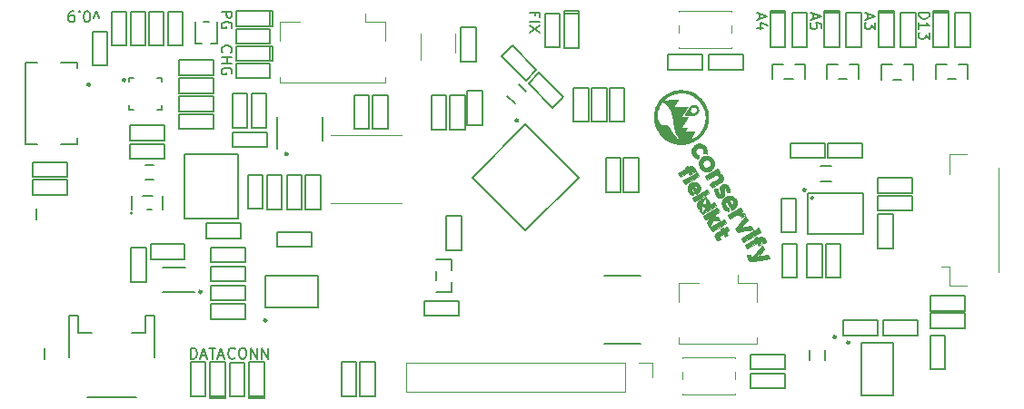
<source format=gbr>
G04 #@! TF.FileFunction,Legend,Top*
%FSLAX46Y46*%
G04 Gerber Fmt 4.6, Leading zero omitted, Abs format (unit mm)*
G04 Created by KiCad (PCBNEW 4.0.7) date Wednesday, June 27, 2018 'PMt' 02:01:51 PM*
%MOMM*%
%LPD*%
G01*
G04 APERTURE LIST*
%ADD10C,0.100000*%
%ADD11C,0.300000*%
%ADD12C,0.200000*%
%ADD13C,0.010000*%
%ADD14C,0.127000*%
%ADD15C,0.150000*%
%ADD16C,0.120000*%
G04 APERTURE END LIST*
D10*
D11*
X-33431889Y-9454290D02*
G75*
G03X-33431889Y-9454290I-70711J0D01*
G01*
X-25410979Y3429000D02*
G75*
G03X-25410979Y3429000I-70711J0D01*
G01*
X25673911Y-13639800D02*
G75*
G03X25673911Y-13639800I-70711J0D01*
G01*
X22854511Y76200D02*
G75*
G03X22854511Y76200I-70711J0D01*
G01*
D12*
X-34393000Y-15692381D02*
X-34393000Y-14692381D01*
X-34154905Y-14692381D01*
X-34012047Y-14740000D01*
X-33916809Y-14835238D01*
X-33869190Y-14930476D01*
X-33821571Y-15120952D01*
X-33821571Y-15263810D01*
X-33869190Y-15454286D01*
X-33916809Y-15549524D01*
X-34012047Y-15644762D01*
X-34154905Y-15692381D01*
X-34393000Y-15692381D01*
X-33440619Y-15406667D02*
X-32964428Y-15406667D01*
X-33535857Y-15692381D02*
X-33202524Y-14692381D01*
X-32869190Y-15692381D01*
X-32678714Y-14692381D02*
X-32107285Y-14692381D01*
X-32393000Y-15692381D02*
X-32393000Y-14692381D01*
X-31821571Y-15406667D02*
X-31345380Y-15406667D01*
X-31916809Y-15692381D02*
X-31583476Y-14692381D01*
X-31250142Y-15692381D01*
X-30281404Y-15597143D02*
X-30329023Y-15644762D01*
X-30471880Y-15692381D01*
X-30567118Y-15692381D01*
X-30709976Y-15644762D01*
X-30805214Y-15549524D01*
X-30852833Y-15454286D01*
X-30900452Y-15263810D01*
X-30900452Y-15120952D01*
X-30852833Y-14930476D01*
X-30805214Y-14835238D01*
X-30709976Y-14740000D01*
X-30567118Y-14692381D01*
X-30471880Y-14692381D01*
X-30329023Y-14740000D01*
X-30281404Y-14787619D01*
X-29662357Y-14692381D02*
X-29471880Y-14692381D01*
X-29376642Y-14740000D01*
X-29281404Y-14835238D01*
X-29233785Y-15025714D01*
X-29233785Y-15359048D01*
X-29281404Y-15549524D01*
X-29376642Y-15644762D01*
X-29471880Y-15692381D01*
X-29662357Y-15692381D01*
X-29757595Y-15644762D01*
X-29852833Y-15549524D01*
X-29900452Y-15359048D01*
X-29900452Y-15025714D01*
X-29852833Y-14835238D01*
X-29757595Y-14740000D01*
X-29662357Y-14692381D01*
X-28805214Y-15692381D02*
X-28805214Y-14692381D01*
X-28233785Y-15692381D01*
X-28233785Y-14692381D01*
X-27757595Y-15692381D02*
X-27757595Y-14692381D01*
X-27186166Y-15692381D01*
X-27186166Y-14692381D01*
X-2316171Y16322628D02*
X-2316171Y16655962D01*
X-2839981Y16655962D02*
X-1839981Y16655962D01*
X-1839981Y16179771D01*
X-2839981Y15798819D02*
X-1839981Y15798819D01*
X-1839981Y15417867D02*
X-2839981Y14751200D01*
X-1839981Y14751200D02*
X-2839981Y15417867D01*
X-42970629Y16092514D02*
X-43208724Y16759181D01*
X-43446820Y16092514D01*
X-44018248Y15759181D02*
X-44113487Y15759181D01*
X-44208725Y15806800D01*
X-44256344Y15854419D01*
X-44303963Y15949657D01*
X-44351582Y16140133D01*
X-44351582Y16378229D01*
X-44303963Y16568705D01*
X-44256344Y16663943D01*
X-44208725Y16711562D01*
X-44113487Y16759181D01*
X-44018248Y16759181D01*
X-43923010Y16711562D01*
X-43875391Y16663943D01*
X-43827772Y16568705D01*
X-43780153Y16378229D01*
X-43780153Y16140133D01*
X-43827772Y15949657D01*
X-43875391Y15854419D01*
X-43923010Y15806800D01*
X-44018248Y15759181D01*
X-44780153Y16663943D02*
X-44827772Y16711562D01*
X-44780153Y16759181D01*
X-44732534Y16711562D01*
X-44780153Y16663943D01*
X-44780153Y16759181D01*
X-45303962Y16759181D02*
X-45494438Y16759181D01*
X-45589677Y16711562D01*
X-45637296Y16663943D01*
X-45732534Y16521086D01*
X-45780153Y16330610D01*
X-45780153Y15949657D01*
X-45732534Y15854419D01*
X-45684915Y15806800D01*
X-45589677Y15759181D01*
X-45399200Y15759181D01*
X-45303962Y15806800D01*
X-45256343Y15854419D01*
X-45208724Y15949657D01*
X-45208724Y16187752D01*
X-45256343Y16282990D01*
X-45303962Y16330610D01*
X-45399200Y16378229D01*
X-45589677Y16378229D01*
X-45684915Y16330610D01*
X-45732534Y16282990D01*
X-45780153Y16187752D01*
X-31446743Y12909485D02*
X-31494362Y12957104D01*
X-31541981Y13099961D01*
X-31541981Y13195199D01*
X-31494362Y13338057D01*
X-31399124Y13433295D01*
X-31303886Y13480914D01*
X-31113410Y13528533D01*
X-30970552Y13528533D01*
X-30780076Y13480914D01*
X-30684838Y13433295D01*
X-30589600Y13338057D01*
X-30541981Y13195199D01*
X-30541981Y13099961D01*
X-30589600Y12957104D01*
X-30637219Y12909485D01*
X-31541981Y12480914D02*
X-30541981Y12480914D01*
X-31018171Y12480914D02*
X-31018171Y11909485D01*
X-31541981Y11909485D02*
X-30541981Y11909485D01*
X-30589600Y10909485D02*
X-30541981Y11004723D01*
X-30541981Y11147580D01*
X-30589600Y11290438D01*
X-30684838Y11385676D01*
X-30780076Y11433295D01*
X-30970552Y11480914D01*
X-31113410Y11480914D01*
X-31303886Y11433295D01*
X-31399124Y11385676D01*
X-31494362Y11290438D01*
X-31541981Y11147580D01*
X-31541981Y11052342D01*
X-31494362Y10909485D01*
X-31446743Y10861866D01*
X-31113410Y10861866D01*
X-31113410Y11052342D01*
X-31541981Y16716305D02*
X-30541981Y16716305D01*
X-30541981Y16335352D01*
X-30589600Y16240114D01*
X-30637219Y16192495D01*
X-30732457Y16144876D01*
X-30875314Y16144876D01*
X-30970552Y16192495D01*
X-31018171Y16240114D01*
X-31065790Y16335352D01*
X-31065790Y16716305D01*
X-30589600Y15192495D02*
X-30541981Y15287733D01*
X-30541981Y15430590D01*
X-30589600Y15573448D01*
X-30684838Y15668686D01*
X-30780076Y15716305D01*
X-30970552Y15763924D01*
X-31113410Y15763924D01*
X-31303886Y15716305D01*
X-31399124Y15668686D01*
X-31494362Y15573448D01*
X-31541981Y15430590D01*
X-31541981Y15335352D01*
X-31494362Y15192495D01*
X-31446743Y15144876D01*
X-31113410Y15144876D01*
X-31113410Y15335352D01*
X18603933Y16528986D02*
X18603933Y16052795D01*
X18318219Y16624224D02*
X19318219Y16290891D01*
X18318219Y15957557D01*
X18984886Y15195652D02*
X18318219Y15195652D01*
X19365838Y15433748D02*
X18651552Y15671843D01*
X18651552Y15052795D01*
X23620433Y16516286D02*
X23620433Y16040095D01*
X23334719Y16611524D02*
X24334719Y16278191D01*
X23334719Y15944857D01*
X24334719Y15135333D02*
X24334719Y15611524D01*
X23858529Y15659143D01*
X23906148Y15611524D01*
X23953767Y15516286D01*
X23953767Y15278190D01*
X23906148Y15182952D01*
X23858529Y15135333D01*
X23763290Y15087714D01*
X23525195Y15087714D01*
X23429957Y15135333D01*
X23382338Y15182952D01*
X23334719Y15278190D01*
X23334719Y15516286D01*
X23382338Y15611524D01*
X23429957Y15659143D01*
X28687733Y16516286D02*
X28687733Y16040095D01*
X28402019Y16611524D02*
X29402019Y16278191D01*
X28402019Y15944857D01*
X29402019Y15706762D02*
X29402019Y15087714D01*
X29021067Y15421048D01*
X29021067Y15278190D01*
X28973448Y15182952D01*
X28925829Y15135333D01*
X28830590Y15087714D01*
X28592495Y15087714D01*
X28497257Y15135333D01*
X28449638Y15182952D01*
X28402019Y15278190D01*
X28402019Y15563905D01*
X28449638Y15659143D01*
X28497257Y15706762D01*
X33456619Y16635286D02*
X34456619Y16635286D01*
X34456619Y16397191D01*
X34409000Y16254333D01*
X34313762Y16159095D01*
X34218524Y16111476D01*
X34028048Y16063857D01*
X33885190Y16063857D01*
X33694714Y16111476D01*
X33599476Y16159095D01*
X33504238Y16254333D01*
X33456619Y16397191D01*
X33456619Y16635286D01*
X33456619Y15111476D02*
X33456619Y15682905D01*
X33456619Y15397191D02*
X34456619Y15397191D01*
X34313762Y15492429D01*
X34218524Y15587667D01*
X34170905Y15682905D01*
X34456619Y14778143D02*
X34456619Y14159095D01*
X34075667Y14492429D01*
X34075667Y14349571D01*
X34028048Y14254333D01*
X33980429Y14206714D01*
X33885190Y14159095D01*
X33647095Y14159095D01*
X33551857Y14206714D01*
X33504238Y14254333D01*
X33456619Y14349571D01*
X33456619Y14635286D01*
X33504238Y14730524D01*
X33551857Y14778143D01*
D13*
G36*
X13026604Y480050D02*
X13050359Y430911D01*
X13068252Y386369D01*
X13075814Y361406D01*
X13090771Y272691D01*
X13091537Y185653D01*
X13078307Y101185D01*
X13051283Y20181D01*
X13010661Y-56465D01*
X12970520Y-111615D01*
X12928828Y-158645D01*
X12884417Y-200945D01*
X12833790Y-241530D01*
X12773450Y-283412D01*
X12763706Y-289758D01*
X12683896Y-341384D01*
X12297363Y328111D01*
X12282536Y313878D01*
X12254861Y278599D01*
X12233953Y234484D01*
X12221486Y186284D01*
X12219133Y138756D01*
X12219469Y134726D01*
X12232177Y76051D01*
X12257981Y20907D01*
X12295603Y-29194D01*
X12343768Y-72737D01*
X12401197Y-108207D01*
X12438148Y-124447D01*
X12486224Y-142742D01*
X12461553Y-282750D01*
X12453737Y-325961D01*
X12446466Y-364031D01*
X12440196Y-394740D01*
X12435384Y-415867D01*
X12432484Y-425190D01*
X12432274Y-425418D01*
X12422663Y-425043D01*
X12402594Y-420737D01*
X12375275Y-413468D01*
X12343910Y-404203D01*
X12311703Y-393909D01*
X12281861Y-383553D01*
X12257590Y-374105D01*
X12248202Y-369856D01*
X12186186Y-333316D01*
X12124462Y-285362D01*
X12084958Y-248075D01*
X12055873Y-214693D01*
X12024147Y-172109D01*
X11992520Y-124581D01*
X11963734Y-76368D01*
X11940532Y-31727D01*
X11930102Y-7577D01*
X11901987Y83651D01*
X11887487Y175215D01*
X11886563Y265832D01*
X11899178Y354221D01*
X11925291Y439102D01*
X11945041Y483126D01*
X11989446Y556202D01*
X12044555Y621634D01*
X12108729Y678804D01*
X12180330Y727085D01*
X12257721Y765854D01*
X12275634Y772146D01*
X12469590Y436204D01*
X12666440Y95250D01*
X12681916Y104185D01*
X12702355Y120878D01*
X12724516Y146610D01*
X12745030Y176831D01*
X12760528Y206989D01*
X12763259Y214086D01*
X12773525Y259035D01*
X12771002Y302065D01*
X12755350Y346108D01*
X12745883Y363732D01*
X12717394Y403921D01*
X12685003Y431676D01*
X12646187Y449012D01*
X12635437Y451893D01*
X12603471Y455905D01*
X12564455Y455640D01*
X12525088Y451482D01*
X12492069Y443808D01*
X12491935Y443763D01*
X12469590Y436204D01*
X12275634Y772146D01*
X12339262Y794491D01*
X12423314Y812371D01*
X12508241Y818871D01*
X12592402Y813368D01*
X12674161Y795241D01*
X12721044Y778187D01*
X12772719Y752501D01*
X12826803Y719022D01*
X12877521Y681607D01*
X12914307Y648967D01*
X12940838Y618247D01*
X12969776Y577399D01*
X12999054Y530106D01*
X13026604Y480050D01*
X13026604Y480050D01*
G37*
X13026604Y480050D02*
X13050359Y430911D01*
X13068252Y386369D01*
X13075814Y361406D01*
X13090771Y272691D01*
X13091537Y185653D01*
X13078307Y101185D01*
X13051283Y20181D01*
X13010661Y-56465D01*
X12970520Y-111615D01*
X12928828Y-158645D01*
X12884417Y-200945D01*
X12833790Y-241530D01*
X12773450Y-283412D01*
X12763706Y-289758D01*
X12683896Y-341384D01*
X12297363Y328111D01*
X12282536Y313878D01*
X12254861Y278599D01*
X12233953Y234484D01*
X12221486Y186284D01*
X12219133Y138756D01*
X12219469Y134726D01*
X12232177Y76051D01*
X12257981Y20907D01*
X12295603Y-29194D01*
X12343768Y-72737D01*
X12401197Y-108207D01*
X12438148Y-124447D01*
X12486224Y-142742D01*
X12461553Y-282750D01*
X12453737Y-325961D01*
X12446466Y-364031D01*
X12440196Y-394740D01*
X12435384Y-415867D01*
X12432484Y-425190D01*
X12432274Y-425418D01*
X12422663Y-425043D01*
X12402594Y-420737D01*
X12375275Y-413468D01*
X12343910Y-404203D01*
X12311703Y-393909D01*
X12281861Y-383553D01*
X12257590Y-374105D01*
X12248202Y-369856D01*
X12186186Y-333316D01*
X12124462Y-285362D01*
X12084958Y-248075D01*
X12055873Y-214693D01*
X12024147Y-172109D01*
X11992520Y-124581D01*
X11963734Y-76368D01*
X11940532Y-31727D01*
X11930102Y-7577D01*
X11901987Y83651D01*
X11887487Y175215D01*
X11886563Y265832D01*
X11899178Y354221D01*
X11925291Y439102D01*
X11945041Y483126D01*
X11989446Y556202D01*
X12044555Y621634D01*
X12108729Y678804D01*
X12180330Y727085D01*
X12257721Y765854D01*
X12275634Y772146D01*
X12469590Y436204D01*
X12666440Y95250D01*
X12681916Y104185D01*
X12702355Y120878D01*
X12724516Y146610D01*
X12745030Y176831D01*
X12760528Y206989D01*
X12763259Y214086D01*
X12773525Y259035D01*
X12771002Y302065D01*
X12755350Y346108D01*
X12745883Y363732D01*
X12717394Y403921D01*
X12685003Y431676D01*
X12646187Y449012D01*
X12635437Y451893D01*
X12603471Y455905D01*
X12564455Y455640D01*
X12525088Y451482D01*
X12492069Y443808D01*
X12491935Y443763D01*
X12469590Y436204D01*
X12275634Y772146D01*
X12339262Y794491D01*
X12423314Y812371D01*
X12508241Y818871D01*
X12592402Y813368D01*
X12674161Y795241D01*
X12721044Y778187D01*
X12772719Y752501D01*
X12826803Y719022D01*
X12877521Y681607D01*
X12914307Y648967D01*
X12940838Y618247D01*
X12969776Y577399D01*
X12999054Y530106D01*
X13026604Y480050D01*
G36*
X13902825Y-1828517D02*
X13234411Y-2216563D01*
X13132738Y-2036396D01*
X13031065Y-1856229D01*
X13151624Y-1786625D01*
X13084787Y-1766611D01*
X13050031Y-1755026D01*
X13015536Y-1741559D01*
X12987174Y-1728561D01*
X12979804Y-1724570D01*
X12922069Y-1683409D01*
X12870554Y-1631260D01*
X12827747Y-1571164D01*
X12796136Y-1506160D01*
X12792279Y-1495493D01*
X12770916Y-1412367D01*
X12763850Y-1329546D01*
X12770870Y-1247744D01*
X12791765Y-1167673D01*
X12826324Y-1090045D01*
X12874335Y-1015572D01*
X12935587Y-944965D01*
X12963538Y-918157D01*
X13009309Y-881442D01*
X13064743Y-844882D01*
X13125221Y-811024D01*
X13186128Y-782412D01*
X13242845Y-761592D01*
X13252673Y-758753D01*
X13285668Y-750712D01*
X13321782Y-743549D01*
X13358091Y-737644D01*
X13391672Y-733370D01*
X13419602Y-731106D01*
X13438957Y-731229D01*
X13446669Y-733758D01*
X13444273Y-741044D01*
X13436473Y-759820D01*
X13424024Y-788434D01*
X13407684Y-825232D01*
X13388209Y-868566D01*
X13366354Y-916781D01*
X13342877Y-968225D01*
X13318530Y-1021245D01*
X13294074Y-1074191D01*
X13270263Y-1125409D01*
X13247852Y-1173248D01*
X13227597Y-1216056D01*
X13210256Y-1252179D01*
X13197976Y-1277191D01*
X13176105Y-1320990D01*
X13205570Y-1752452D01*
X13210925Y-1830043D01*
X13216079Y-1903186D01*
X13220937Y-1970621D01*
X13225404Y-2031089D01*
X13229382Y-2083330D01*
X13232777Y-2126084D01*
X13235494Y-2158093D01*
X13237434Y-2178097D01*
X13238482Y-2184838D01*
X13242185Y-2178666D01*
X13251631Y-2160565D01*
X13266256Y-2131681D01*
X13285491Y-2093154D01*
X13308773Y-2046131D01*
X13335533Y-1991753D01*
X13365206Y-1931163D01*
X13397225Y-1865506D01*
X13426416Y-1805427D01*
X13610903Y-1425092D01*
X13595534Y-1093373D01*
X13592335Y-1025393D01*
X13589253Y-961913D01*
X13586366Y-904393D01*
X13583751Y-854295D01*
X13581486Y-813077D01*
X13579648Y-782200D01*
X13578317Y-763125D01*
X13577642Y-757283D01*
X13567779Y-752342D01*
X13544663Y-747437D01*
X13509556Y-742811D01*
X13494935Y-741329D01*
X13473779Y-738019D01*
X13460137Y-733385D01*
X13457295Y-730216D01*
X13460297Y-721244D01*
X13468390Y-701719D01*
X13480460Y-674212D01*
X13495398Y-641292D01*
X13501350Y-628423D01*
X13518285Y-591824D01*
X13534041Y-557467D01*
X13547088Y-528705D01*
X13555899Y-508895D01*
X13557261Y-505731D01*
X13561472Y-496467D01*
X13564722Y-492173D01*
X13567278Y-494353D01*
X13569414Y-504512D01*
X13571399Y-524154D01*
X13573504Y-554783D01*
X13576000Y-597903D01*
X13576961Y-615231D01*
X13584579Y-753144D01*
X13613305Y-761698D01*
X13656552Y-778686D01*
X13704156Y-804345D01*
X13751413Y-836006D01*
X13770694Y-850996D01*
X13789486Y-866813D01*
X13804436Y-881198D01*
X13817792Y-897071D01*
X13831804Y-917359D01*
X13848722Y-944983D01*
X13866679Y-975745D01*
X13888046Y-1013314D01*
X13903163Y-1041876D01*
X13913477Y-1064731D01*
X13920429Y-1085180D01*
X13925466Y-1106526D01*
X13926687Y-1112887D01*
X13932805Y-1169512D01*
X13931833Y-1229719D01*
X13924035Y-1286537D01*
X13919355Y-1305727D01*
X13908138Y-1345661D01*
X14138088Y-1217089D01*
X14368038Y-1088517D01*
X14571238Y-1440470D01*
X13902825Y-1828517D01*
X13902825Y-1828517D01*
G37*
X13902825Y-1828517D02*
X13234411Y-2216563D01*
X13132738Y-2036396D01*
X13031065Y-1856229D01*
X13151624Y-1786625D01*
X13084787Y-1766611D01*
X13050031Y-1755026D01*
X13015536Y-1741559D01*
X12987174Y-1728561D01*
X12979804Y-1724570D01*
X12922069Y-1683409D01*
X12870554Y-1631260D01*
X12827747Y-1571164D01*
X12796136Y-1506160D01*
X12792279Y-1495493D01*
X12770916Y-1412367D01*
X12763850Y-1329546D01*
X12770870Y-1247744D01*
X12791765Y-1167673D01*
X12826324Y-1090045D01*
X12874335Y-1015572D01*
X12935587Y-944965D01*
X12963538Y-918157D01*
X13009309Y-881442D01*
X13064743Y-844882D01*
X13125221Y-811024D01*
X13186128Y-782412D01*
X13242845Y-761592D01*
X13252673Y-758753D01*
X13285668Y-750712D01*
X13321782Y-743549D01*
X13358091Y-737644D01*
X13391672Y-733370D01*
X13419602Y-731106D01*
X13438957Y-731229D01*
X13446669Y-733758D01*
X13444273Y-741044D01*
X13436473Y-759820D01*
X13424024Y-788434D01*
X13407684Y-825232D01*
X13388209Y-868566D01*
X13366354Y-916781D01*
X13342877Y-968225D01*
X13318530Y-1021245D01*
X13294074Y-1074191D01*
X13270263Y-1125409D01*
X13247852Y-1173248D01*
X13227597Y-1216056D01*
X13210256Y-1252179D01*
X13197976Y-1277191D01*
X13176105Y-1320990D01*
X13205570Y-1752452D01*
X13210925Y-1830043D01*
X13216079Y-1903186D01*
X13220937Y-1970621D01*
X13225404Y-2031089D01*
X13229382Y-2083330D01*
X13232777Y-2126084D01*
X13235494Y-2158093D01*
X13237434Y-2178097D01*
X13238482Y-2184838D01*
X13242185Y-2178666D01*
X13251631Y-2160565D01*
X13266256Y-2131681D01*
X13285491Y-2093154D01*
X13308773Y-2046131D01*
X13335533Y-1991753D01*
X13365206Y-1931163D01*
X13397225Y-1865506D01*
X13426416Y-1805427D01*
X13610903Y-1425092D01*
X13595534Y-1093373D01*
X13592335Y-1025393D01*
X13589253Y-961913D01*
X13586366Y-904393D01*
X13583751Y-854295D01*
X13581486Y-813077D01*
X13579648Y-782200D01*
X13578317Y-763125D01*
X13577642Y-757283D01*
X13567779Y-752342D01*
X13544663Y-747437D01*
X13509556Y-742811D01*
X13494935Y-741329D01*
X13473779Y-738019D01*
X13460137Y-733385D01*
X13457295Y-730216D01*
X13460297Y-721244D01*
X13468390Y-701719D01*
X13480460Y-674212D01*
X13495398Y-641292D01*
X13501350Y-628423D01*
X13518285Y-591824D01*
X13534041Y-557467D01*
X13547088Y-528705D01*
X13555899Y-508895D01*
X13557261Y-505731D01*
X13561472Y-496467D01*
X13564722Y-492173D01*
X13567278Y-494353D01*
X13569414Y-504512D01*
X13571399Y-524154D01*
X13573504Y-554783D01*
X13576000Y-597903D01*
X13576961Y-615231D01*
X13584579Y-753144D01*
X13613305Y-761698D01*
X13656552Y-778686D01*
X13704156Y-804345D01*
X13751413Y-836006D01*
X13770694Y-850996D01*
X13789486Y-866813D01*
X13804436Y-881198D01*
X13817792Y-897071D01*
X13831804Y-917359D01*
X13848722Y-944983D01*
X13866679Y-975745D01*
X13888046Y-1013314D01*
X13903163Y-1041876D01*
X13913477Y-1064731D01*
X13920429Y-1085180D01*
X13925466Y-1106526D01*
X13926687Y-1112887D01*
X13932805Y-1169512D01*
X13931833Y-1229719D01*
X13924035Y-1286537D01*
X13919355Y-1305727D01*
X13908138Y-1345661D01*
X14138088Y-1217089D01*
X14368038Y-1088517D01*
X14571238Y-1440470D01*
X13902825Y-1828517D01*
G36*
X15638820Y-3801207D02*
X15512534Y-3876388D01*
X15650406Y-4115188D01*
X15506450Y-4196049D01*
X15362494Y-4276910D01*
X15292749Y-4160056D01*
X15223003Y-4043202D01*
X15040569Y-4148531D01*
X14983634Y-4181523D01*
X14938083Y-4208386D01*
X14902667Y-4230143D01*
X14876139Y-4247813D01*
X14857251Y-4262418D01*
X14844757Y-4274982D01*
X14837408Y-4286523D01*
X14833955Y-4298063D01*
X14833152Y-4310626D01*
X14833381Y-4318155D01*
X14839108Y-4342402D01*
X14852917Y-4372851D01*
X14872516Y-4405558D01*
X14895607Y-4436580D01*
X14913815Y-4456347D01*
X14932543Y-4474653D01*
X14948489Y-4490554D01*
X14955164Y-4497417D01*
X14966685Y-4509621D01*
X14694278Y-4666895D01*
X14659691Y-4641634D01*
X14626336Y-4615719D01*
X14597817Y-4589496D01*
X14571585Y-4560004D01*
X14545097Y-4524287D01*
X14515803Y-4479385D01*
X14505011Y-4461924D01*
X14475487Y-4412060D01*
X14453990Y-4371878D01*
X14439615Y-4339624D01*
X14434684Y-4325500D01*
X14419371Y-4255666D01*
X14418013Y-4189692D01*
X14430697Y-4127213D01*
X14457514Y-4067860D01*
X14498549Y-4011273D01*
X14514126Y-3994279D01*
X14524069Y-3984793D01*
X14536992Y-3974219D01*
X14554181Y-3961733D01*
X14576921Y-3946510D01*
X14606494Y-3927724D01*
X14644187Y-3904548D01*
X14691283Y-3876159D01*
X14749067Y-3841728D01*
X14780094Y-3823336D01*
X15015849Y-3683759D01*
X14954766Y-3577961D01*
X15243870Y-3411047D01*
X15305405Y-3517630D01*
X15433656Y-3445852D01*
X15561907Y-3374075D01*
X15765107Y-3726028D01*
X15638820Y-3801207D01*
X15638820Y-3801207D01*
G37*
X15638820Y-3801207D02*
X15512534Y-3876388D01*
X15650406Y-4115188D01*
X15506450Y-4196049D01*
X15362494Y-4276910D01*
X15292749Y-4160056D01*
X15223003Y-4043202D01*
X15040569Y-4148531D01*
X14983634Y-4181523D01*
X14938083Y-4208386D01*
X14902667Y-4230143D01*
X14876139Y-4247813D01*
X14857251Y-4262418D01*
X14844757Y-4274982D01*
X14837408Y-4286523D01*
X14833955Y-4298063D01*
X14833152Y-4310626D01*
X14833381Y-4318155D01*
X14839108Y-4342402D01*
X14852917Y-4372851D01*
X14872516Y-4405558D01*
X14895607Y-4436580D01*
X14913815Y-4456347D01*
X14932543Y-4474653D01*
X14948489Y-4490554D01*
X14955164Y-4497417D01*
X14966685Y-4509621D01*
X14694278Y-4666895D01*
X14659691Y-4641634D01*
X14626336Y-4615719D01*
X14597817Y-4589496D01*
X14571585Y-4560004D01*
X14545097Y-4524287D01*
X14515803Y-4479385D01*
X14505011Y-4461924D01*
X14475487Y-4412060D01*
X14453990Y-4371878D01*
X14439615Y-4339624D01*
X14434684Y-4325500D01*
X14419371Y-4255666D01*
X14418013Y-4189692D01*
X14430697Y-4127213D01*
X14457514Y-4067860D01*
X14498549Y-4011273D01*
X14514126Y-3994279D01*
X14524069Y-3984793D01*
X14536992Y-3974219D01*
X14554181Y-3961733D01*
X14576921Y-3946510D01*
X14606494Y-3927724D01*
X14644187Y-3904548D01*
X14691283Y-3876159D01*
X14749067Y-3841728D01*
X14780094Y-3823336D01*
X15015849Y-3683759D01*
X14954766Y-3577961D01*
X15243870Y-3411047D01*
X15305405Y-3517630D01*
X15433656Y-3445852D01*
X15561907Y-3374075D01*
X15765107Y-3726028D01*
X15638820Y-3801207D01*
G36*
X12592800Y2018346D02*
X12615937Y1971896D01*
X12635773Y1927707D01*
X12650952Y1888453D01*
X12660116Y1856814D01*
X12662188Y1842084D01*
X12661315Y1836416D01*
X12657123Y1830197D01*
X12647968Y1822273D01*
X12632206Y1811489D01*
X12608196Y1796693D01*
X12574295Y1776732D01*
X12544639Y1759552D01*
X12507296Y1738212D01*
X12474259Y1719749D01*
X12447573Y1705271D01*
X12429278Y1695887D01*
X12421421Y1692704D01*
X12421380Y1692713D01*
X12416757Y1699888D01*
X12410343Y1716868D01*
X12405869Y1731672D01*
X12393793Y1765529D01*
X12376649Y1801110D01*
X12356798Y1834414D01*
X12336601Y1861446D01*
X12319939Y1877204D01*
X12293147Y1887394D01*
X12260404Y1886918D01*
X12225309Y1876042D01*
X12212086Y1869226D01*
X12187219Y1854869D01*
X12249910Y1742322D01*
X12312601Y1629774D01*
X12186314Y1554595D01*
X12060028Y1479415D01*
X11929249Y1705930D01*
X11212774Y1292273D01*
X11009574Y1644226D01*
X11726049Y2057883D01*
X11660735Y2171010D01*
X11930984Y2327039D01*
X11995232Y2215758D01*
X12055486Y2245654D01*
X12128957Y2275578D01*
X12199952Y2291365D01*
X12268122Y2293075D01*
X12333121Y2280764D01*
X12394602Y2254488D01*
X12452220Y2214305D01*
X12494368Y2173220D01*
X12517146Y2144493D01*
X12542049Y2107320D01*
X12567718Y2064379D01*
X12592800Y2018346D01*
X12592800Y2018346D01*
G37*
X12592800Y2018346D02*
X12615937Y1971896D01*
X12635773Y1927707D01*
X12650952Y1888453D01*
X12660116Y1856814D01*
X12662188Y1842084D01*
X12661315Y1836416D01*
X12657123Y1830197D01*
X12647968Y1822273D01*
X12632206Y1811489D01*
X12608196Y1796693D01*
X12574295Y1776732D01*
X12544639Y1759552D01*
X12507296Y1738212D01*
X12474259Y1719749D01*
X12447573Y1705271D01*
X12429278Y1695887D01*
X12421421Y1692704D01*
X12421380Y1692713D01*
X12416757Y1699888D01*
X12410343Y1716868D01*
X12405869Y1731672D01*
X12393793Y1765529D01*
X12376649Y1801110D01*
X12356798Y1834414D01*
X12336601Y1861446D01*
X12319939Y1877204D01*
X12293147Y1887394D01*
X12260404Y1886918D01*
X12225309Y1876042D01*
X12212086Y1869226D01*
X12187219Y1854869D01*
X12249910Y1742322D01*
X12312601Y1629774D01*
X12186314Y1554595D01*
X12060028Y1479415D01*
X11929249Y1705930D01*
X11212774Y1292273D01*
X11009574Y1644226D01*
X11726049Y2057883D01*
X11660735Y2171010D01*
X11930984Y2327039D01*
X11995232Y2215758D01*
X12055486Y2245654D01*
X12128957Y2275578D01*
X12199952Y2291365D01*
X12268122Y2293075D01*
X12333121Y2280764D01*
X12394602Y2254488D01*
X12452220Y2214305D01*
X12494368Y2173220D01*
X12517146Y2144493D01*
X12542049Y2107320D01*
X12567718Y2064379D01*
X12592800Y2018346D01*
G36*
X11626431Y575799D02*
X11423231Y927751D01*
X12409955Y1497437D01*
X12613155Y1145484D01*
X11626431Y575799D01*
X11626431Y575799D01*
G37*
X11626431Y575799D02*
X11423231Y927751D01*
X12409955Y1497437D01*
X12613155Y1145484D01*
X11626431Y575799D01*
G36*
X13214965Y-633480D02*
X12548122Y-1020616D01*
X12341227Y-662264D01*
X13009918Y-278329D01*
X13678609Y105608D01*
X13881809Y-246345D01*
X13214965Y-633480D01*
X13214965Y-633480D01*
G37*
X13214965Y-633480D02*
X12548122Y-1020616D01*
X12341227Y-662264D01*
X13009918Y-278329D01*
X13678609Y105608D01*
X13881809Y-246345D01*
X13214965Y-633480D01*
G36*
X14534402Y-2146716D02*
X14198759Y-2342667D01*
X14679361Y-2433289D01*
X14792887Y-2629922D01*
X14820655Y-2678256D01*
X14845752Y-2722402D01*
X14867336Y-2760841D01*
X14884562Y-2792054D01*
X14896590Y-2814522D01*
X14902577Y-2826723D01*
X14903042Y-2828500D01*
X14895623Y-2827499D01*
X14875815Y-2824034D01*
X14845467Y-2818459D01*
X14806427Y-2811136D01*
X14760542Y-2802421D01*
X14709661Y-2792673D01*
X14655634Y-2782249D01*
X14600307Y-2771508D01*
X14545529Y-2760807D01*
X14493148Y-2750505D01*
X14445014Y-2740960D01*
X14402972Y-2732529D01*
X14368872Y-2725571D01*
X14344563Y-2720443D01*
X14339903Y-2719416D01*
X14313703Y-2713552D01*
X14129641Y-3044661D01*
X14093993Y-3108813D01*
X14060281Y-3169525D01*
X14029203Y-3225536D01*
X14001456Y-3275591D01*
X13977735Y-3318430D01*
X13958740Y-3352796D01*
X13945166Y-3377432D01*
X13937709Y-3391077D01*
X13936680Y-3393013D01*
X13927780Y-3410255D01*
X13703170Y-3021218D01*
X13810692Y-2823232D01*
X13918215Y-2625245D01*
X13839574Y-2608372D01*
X13760934Y-2591499D01*
X13646183Y-2657629D01*
X13531431Y-2723758D01*
X13328231Y-2371806D01*
X14666908Y-1598920D01*
X14870045Y-1950764D01*
X14534402Y-2146716D01*
X14534402Y-2146716D01*
G37*
X14534402Y-2146716D02*
X14198759Y-2342667D01*
X14679361Y-2433289D01*
X14792887Y-2629922D01*
X14820655Y-2678256D01*
X14845752Y-2722402D01*
X14867336Y-2760841D01*
X14884562Y-2792054D01*
X14896590Y-2814522D01*
X14902577Y-2826723D01*
X14903042Y-2828500D01*
X14895623Y-2827499D01*
X14875815Y-2824034D01*
X14845467Y-2818459D01*
X14806427Y-2811136D01*
X14760542Y-2802421D01*
X14709661Y-2792673D01*
X14655634Y-2782249D01*
X14600307Y-2771508D01*
X14545529Y-2760807D01*
X14493148Y-2750505D01*
X14445014Y-2740960D01*
X14402972Y-2732529D01*
X14368872Y-2725571D01*
X14344563Y-2720443D01*
X14339903Y-2719416D01*
X14313703Y-2713552D01*
X14129641Y-3044661D01*
X14093993Y-3108813D01*
X14060281Y-3169525D01*
X14029203Y-3225536D01*
X14001456Y-3275591D01*
X13977735Y-3318430D01*
X13958740Y-3352796D01*
X13945166Y-3377432D01*
X13937709Y-3391077D01*
X13936680Y-3393013D01*
X13927780Y-3410255D01*
X13703170Y-3021218D01*
X13810692Y-2823232D01*
X13918215Y-2625245D01*
X13839574Y-2608372D01*
X13760934Y-2591499D01*
X13646183Y-2657629D01*
X13531431Y-2723758D01*
X13328231Y-2371806D01*
X14666908Y-1598920D01*
X14870045Y-1950764D01*
X14534402Y-2146716D01*
G36*
X14166431Y-3823611D02*
X13959603Y-3465373D01*
X14946327Y-2895688D01*
X15153155Y-3253925D01*
X14166431Y-3823611D01*
X14166431Y-3823611D01*
G37*
X14166431Y-3823611D02*
X13959603Y-3465373D01*
X14946327Y-2895688D01*
X15153155Y-3253925D01*
X14166431Y-3823611D01*
G36*
X13520339Y-1352036D02*
X13522831Y-1392136D01*
X13516365Y-1419087D01*
X13496010Y-1456353D01*
X13466929Y-1484183D01*
X13431787Y-1501677D01*
X13393244Y-1507933D01*
X13353962Y-1502050D01*
X13320063Y-1485556D01*
X13289228Y-1458139D01*
X13271056Y-1425213D01*
X13264164Y-1387866D01*
X13268083Y-1346323D01*
X13284013Y-1309989D01*
X13309851Y-1280699D01*
X13343493Y-1260286D01*
X13382834Y-1250585D01*
X13419786Y-1252237D01*
X13458070Y-1264881D01*
X13487573Y-1288461D01*
X13503474Y-1310992D01*
X13520339Y-1352036D01*
X13520339Y-1352036D01*
G37*
X13520339Y-1352036D02*
X13522831Y-1392136D01*
X13516365Y-1419087D01*
X13496010Y-1456353D01*
X13466929Y-1484183D01*
X13431787Y-1501677D01*
X13393244Y-1507933D01*
X13353962Y-1502050D01*
X13320063Y-1485556D01*
X13289228Y-1458139D01*
X13271056Y-1425213D01*
X13264164Y-1387866D01*
X13268083Y-1346323D01*
X13284013Y-1309989D01*
X13309851Y-1280699D01*
X13343493Y-1260286D01*
X13382834Y-1250585D01*
X13419786Y-1252237D01*
X13458070Y-1264881D01*
X13487573Y-1288461D01*
X13503474Y-1310992D01*
X13520339Y-1352036D01*
G36*
X12707428Y1199913D02*
X12493192Y1570980D01*
X12621443Y1642757D01*
X12749695Y1714534D01*
X12857497Y1531664D01*
X12965298Y1348794D01*
X12707428Y1199913D01*
X12707428Y1199913D01*
G37*
X12707428Y1199913D02*
X12493192Y1570980D01*
X12621443Y1642757D01*
X12749695Y1714534D01*
X12857497Y1531664D01*
X12965298Y1348794D01*
X12707428Y1199913D01*
G36*
X15254686Y-3212067D02*
X15040450Y-2840999D01*
X15168700Y-2769222D01*
X15296952Y-2697444D01*
X15404754Y-2880314D01*
X15512555Y-3063186D01*
X15254686Y-3212067D01*
X15254686Y-3212067D01*
G37*
X15254686Y-3212067D02*
X15040450Y-2840999D01*
X15168700Y-2769222D01*
X15296952Y-2697444D01*
X15404754Y-2880314D01*
X15512555Y-3063186D01*
X15254686Y-3212067D01*
G36*
X13496474Y8064472D02*
X13523897Y8015782D01*
X13546898Y7973507D01*
X13566552Y7935418D01*
X13583932Y7899290D01*
X13600114Y7862894D01*
X13616171Y7824004D01*
X13633176Y7780393D01*
X13650892Y7733358D01*
X13705714Y7568300D01*
X13748453Y7400245D01*
X13779175Y7229909D01*
X13797942Y7058008D01*
X13804816Y6885260D01*
X13799862Y6712380D01*
X13783143Y6540087D01*
X13754721Y6369096D01*
X13714659Y6200125D01*
X13663021Y6033891D01*
X13599869Y5871111D01*
X13525267Y5712500D01*
X13462890Y5598514D01*
X13367628Y5446976D01*
X13263230Y5304230D01*
X13149661Y5170239D01*
X13026878Y5044965D01*
X12894844Y4928372D01*
X12753519Y4820424D01*
X12602865Y4721080D01*
X12450898Y4634553D01*
X12293067Y4558164D01*
X12130624Y4493421D01*
X11964250Y4440424D01*
X11794625Y4399272D01*
X11622428Y4370068D01*
X11448339Y4352910D01*
X11273039Y4347899D01*
X11097208Y4355136D01*
X10921527Y4374722D01*
X10814029Y4392908D01*
X10759490Y4404513D01*
X10696832Y4419780D01*
X10629448Y4437737D01*
X10560735Y4457407D01*
X10494086Y4477819D01*
X10432895Y4497998D01*
X10380561Y4516968D01*
X10377163Y4518285D01*
X10213013Y4588887D01*
X10055026Y4670238D01*
X9903874Y4761927D01*
X9760230Y4863552D01*
X9635147Y4965597D01*
X9503822Y5088484D01*
X9382189Y5219384D01*
X9270546Y5357908D01*
X9169192Y5503668D01*
X9078428Y5656276D01*
X9027277Y5754823D01*
X8954505Y5917234D01*
X8893681Y6083487D01*
X8844865Y6252946D01*
X8808118Y6424974D01*
X8783504Y6598935D01*
X8771084Y6774194D01*
X8770920Y6950114D01*
X8783073Y7126059D01*
X8807606Y7301392D01*
X8844582Y7475478D01*
X8855585Y7518015D01*
X8907553Y7687846D01*
X8970800Y7852305D01*
X9044896Y8010939D01*
X9129411Y8163294D01*
X9223917Y8308918D01*
X9327982Y8447357D01*
X9412591Y8545126D01*
X9536456Y8330584D01*
X9529472Y8325104D01*
X9516387Y8310821D01*
X9498444Y8289299D01*
X9476880Y8262100D01*
X9452934Y8230787D01*
X9427846Y8196923D01*
X9402917Y8162158D01*
X9380743Y8129040D01*
X9354738Y8087557D01*
X9326665Y8040748D01*
X9298287Y7991650D01*
X9271364Y7943301D01*
X9247662Y7898738D01*
X9232536Y7868546D01*
X9173021Y7733476D01*
X9121390Y7592102D01*
X9078328Y7446979D01*
X9044529Y7300663D01*
X9020680Y7155708D01*
X9009134Y7041062D01*
X9009066Y6970920D01*
X9017989Y6892896D01*
X9035685Y6807858D01*
X9061939Y6716675D01*
X9096538Y6620215D01*
X9136502Y6525456D01*
X9151264Y6495591D01*
X9171354Y6458913D01*
X9194696Y6418929D01*
X9219211Y6379145D01*
X9242819Y6343066D01*
X9254962Y6325659D01*
X9307153Y6259219D01*
X9361737Y6201309D01*
X9417566Y6152924D01*
X9473490Y6115061D01*
X9527994Y6088855D01*
X9570924Y6075788D01*
X9611316Y6070826D01*
X9652686Y6074051D01*
X9698547Y6085540D01*
X9720884Y6093171D01*
X9780460Y6111632D01*
X9833301Y6120815D01*
X9881336Y6120725D01*
X9926490Y6111372D01*
X9968118Y6094094D01*
X10001630Y6074635D01*
X10034654Y6050525D01*
X10067841Y6020945D01*
X10101842Y5985079D01*
X10137307Y5942114D01*
X10174889Y5891233D01*
X10215236Y5831619D01*
X10259000Y5762458D01*
X10306832Y5682936D01*
X10335784Y5633317D01*
X10411831Y5505075D01*
X10484676Y5388944D01*
X10554299Y5284957D01*
X10620677Y5193145D01*
X10683789Y5113539D01*
X10728974Y5061857D01*
X10820651Y4969876D01*
X10917611Y4887739D01*
X11019016Y4815951D01*
X11124030Y4755018D01*
X11231814Y4705446D01*
X11341531Y4667739D01*
X11410736Y4650418D01*
X11444643Y4643152D01*
X11382458Y4684077D01*
X11351300Y4705260D01*
X11318090Y4728940D01*
X11287751Y4751559D01*
X11272941Y4763168D01*
X11236292Y4794798D01*
X11194905Y4833989D01*
X11151434Y4877977D01*
X11108537Y4924000D01*
X11068870Y4969294D01*
X11036936Y5008690D01*
X11010590Y5045054D01*
X10980553Y5090158D01*
X10948467Y5141220D01*
X10915970Y5195454D01*
X10884702Y5250072D01*
X10856303Y5302292D01*
X10832414Y5349326D01*
X10817879Y5380817D01*
X10755594Y5538925D01*
X10701969Y5705088D01*
X10657454Y5877673D01*
X10622497Y6055048D01*
X10609709Y6138092D01*
X10605808Y6166292D01*
X10602293Y6192905D01*
X10598997Y6219529D01*
X10595757Y6247765D01*
X10592405Y6279212D01*
X10588778Y6315471D01*
X10584708Y6358141D01*
X10580031Y6408823D01*
X10574582Y6469115D01*
X10568869Y6533044D01*
X10547755Y6715182D01*
X10517538Y6890646D01*
X10478387Y7059099D01*
X10430468Y7220201D01*
X10373949Y7373615D01*
X10308996Y7519001D01*
X10235776Y7656020D01*
X10154455Y7784332D01*
X10065203Y7903601D01*
X9968183Y8013486D01*
X9863564Y8113647D01*
X9751513Y8203748D01*
X9743128Y8209863D01*
X9715124Y8229371D01*
X9683760Y8249940D01*
X9651029Y8270409D01*
X9618916Y8289614D01*
X9589411Y8306396D01*
X9564504Y8319593D01*
X9546181Y8328041D01*
X9536456Y8330584D01*
X9412591Y8545126D01*
X9441176Y8578158D01*
X9563070Y8700867D01*
X9693235Y8815031D01*
X9831240Y8920198D01*
X9976656Y9015914D01*
X10088173Y9078708D01*
X10203572Y8878832D01*
X10138557Y8841257D01*
X10072770Y8801191D01*
X10008956Y8760328D01*
X9949864Y8720363D01*
X9898239Y8682989D01*
X9875742Y8665530D01*
X9842056Y8638028D01*
X9806883Y8608291D01*
X9771422Y8577440D01*
X9736872Y8546593D01*
X9704433Y8516872D01*
X9675303Y8489393D01*
X9650682Y8465278D01*
X9631769Y8445645D01*
X9619764Y8431615D01*
X9615865Y8424306D01*
X9616541Y8423566D01*
X9623325Y8423738D01*
X9641967Y8424540D01*
X9671638Y8425931D01*
X9711513Y8427867D01*
X9760767Y8430308D01*
X9818573Y8433211D01*
X9884106Y8436536D01*
X9956538Y8440239D01*
X10035044Y8444281D01*
X10118799Y8448617D01*
X10206976Y8453209D01*
X10298748Y8458011D01*
X10301800Y8458172D01*
X10393664Y8462958D01*
X10481952Y8467491D01*
X10565838Y8471730D01*
X10644497Y8475639D01*
X10717105Y8479176D01*
X10782835Y8482305D01*
X10840863Y8484985D01*
X10890364Y8487179D01*
X10930511Y8488848D01*
X10960481Y8489953D01*
X10979447Y8490455D01*
X10986584Y8490317D01*
X10986609Y8490300D01*
X10983997Y8484432D01*
X10975186Y8468715D01*
X10960727Y8444055D01*
X10941171Y8411361D01*
X10917067Y8371540D01*
X10888968Y8325501D01*
X10857423Y8274151D01*
X10822981Y8218399D01*
X10786195Y8159152D01*
X10773528Y8138817D01*
X10736050Y8078591D01*
X10700690Y8021553D01*
X10668002Y7968612D01*
X10638542Y7920680D01*
X10612866Y7878664D01*
X10591527Y7843473D01*
X10575082Y7816018D01*
X10564085Y7797208D01*
X10559091Y7787949D01*
X10558854Y7787145D01*
X10565364Y7786908D01*
X10583722Y7787234D01*
X10613094Y7788091D01*
X10652640Y7789443D01*
X10701525Y7791259D01*
X10758913Y7793506D01*
X10823964Y7796149D01*
X10895845Y7799156D01*
X10973716Y7802493D01*
X11056742Y7806126D01*
X11144085Y7810023D01*
X11220065Y7813471D01*
X11310475Y7817588D01*
X11397330Y7821512D01*
X11479788Y7825205D01*
X11557005Y7828632D01*
X11628136Y7831756D01*
X11692341Y7834542D01*
X11748776Y7836951D01*
X11796597Y7838949D01*
X11834962Y7840499D01*
X11863027Y7841565D01*
X11879950Y7842109D01*
X11884931Y7842140D01*
X11882507Y7836665D01*
X11873808Y7821174D01*
X11859293Y7796419D01*
X11839420Y7763154D01*
X11814648Y7722131D01*
X11785434Y7674102D01*
X11752236Y7619821D01*
X11715512Y7560040D01*
X11675722Y7495512D01*
X11633321Y7426989D01*
X11588771Y7355225D01*
X11581133Y7342944D01*
X11536195Y7270654D01*
X11493249Y7201458D01*
X11452762Y7136113D01*
X11415198Y7075375D01*
X11381023Y7020000D01*
X11350703Y6970744D01*
X11324701Y6928363D01*
X11303485Y6893613D01*
X11287517Y6867249D01*
X11277266Y6850029D01*
X11273194Y6842708D01*
X11273147Y6842505D01*
X11279625Y6842251D01*
X11297551Y6842568D01*
X11325689Y6843409D01*
X11362801Y6844729D01*
X11407649Y6846481D01*
X11458998Y6848618D01*
X11515610Y6851095D01*
X11576247Y6853864D01*
X11578086Y6853950D01*
X11638843Y6856708D01*
X11695627Y6859135D01*
X11747199Y6861190D01*
X11792318Y6862831D01*
X11829747Y6864015D01*
X11858244Y6864700D01*
X11876571Y6864844D01*
X11883488Y6864403D01*
X11883505Y6864382D01*
X11880548Y6858563D01*
X11871341Y6842742D01*
X11856359Y6817692D01*
X11836077Y6784187D01*
X11810967Y6743000D01*
X11781504Y6694905D01*
X11748160Y6640674D01*
X11711411Y6581082D01*
X11671729Y6516901D01*
X11629588Y6448905D01*
X11588146Y6382184D01*
X11543726Y6310729D01*
X11500999Y6241970D01*
X11460473Y6176727D01*
X11422657Y6115817D01*
X11388056Y6060059D01*
X11357179Y6010271D01*
X11330533Y5967270D01*
X11308625Y5931874D01*
X11291961Y5904903D01*
X11281050Y5887172D01*
X11276601Y5879847D01*
X11262560Y5855991D01*
X11546729Y5869171D01*
X11605468Y5871793D01*
X11660179Y5874037D01*
X11709585Y5875865D01*
X11752407Y5877239D01*
X11787368Y5878120D01*
X11813190Y5878472D01*
X11828592Y5878257D01*
X11832549Y5877677D01*
X11829688Y5871399D01*
X11820819Y5855592D01*
X11806679Y5831487D01*
X11788006Y5800314D01*
X11765536Y5763305D01*
X11740007Y5721690D01*
X11712214Y5676793D01*
X11684519Y5631993D01*
X11659302Y5590715D01*
X11637278Y5554159D01*
X11619154Y5523529D01*
X11605645Y5500028D01*
X11597461Y5484859D01*
X11595313Y5479223D01*
X11595329Y5479218D01*
X11602345Y5479286D01*
X11621050Y5479912D01*
X11650448Y5481051D01*
X11689541Y5482662D01*
X11737335Y5484700D01*
X11792831Y5487124D01*
X11855035Y5489889D01*
X11922948Y5492954D01*
X11995574Y5496274D01*
X12071917Y5499807D01*
X12074363Y5499919D01*
X12150695Y5503437D01*
X12223257Y5506707D01*
X12291065Y5509690D01*
X12353134Y5512346D01*
X12408474Y5514636D01*
X12456100Y5516519D01*
X12495026Y5517955D01*
X12524266Y5518906D01*
X12542833Y5519329D01*
X12549740Y5519186D01*
X12549760Y5519168D01*
X12546905Y5513345D01*
X12538184Y5497418D01*
X12524097Y5472265D01*
X12505148Y5438769D01*
X12481838Y5397811D01*
X12454671Y5350273D01*
X12424148Y5297033D01*
X12390773Y5238977D01*
X12355046Y5176983D01*
X12325761Y5126271D01*
X12288645Y5061884D01*
X12253610Y5000771D01*
X12221147Y4943807D01*
X12191746Y4891870D01*
X12165896Y4845835D01*
X12144087Y4806579D01*
X12126811Y4774977D01*
X12114555Y4751904D01*
X12107812Y4738237D01*
X12106706Y4734668D01*
X12117902Y4736255D01*
X12138653Y4743355D01*
X12167447Y4755245D01*
X12202776Y4771200D01*
X12243130Y4790498D01*
X12287000Y4812412D01*
X12332876Y4836220D01*
X12379250Y4861200D01*
X12424610Y4886625D01*
X12429742Y4889573D01*
X12523496Y4945615D01*
X12607884Y5000661D01*
X12685839Y5056871D01*
X12760296Y5116406D01*
X12834188Y5181425D01*
X12864502Y5209696D01*
X12982019Y5329089D01*
X13088889Y5454855D01*
X13185739Y5587850D01*
X13273200Y5728930D01*
X13342949Y5860552D01*
X13377339Y5932950D01*
X13406946Y6001065D01*
X13433089Y6068457D01*
X13457086Y6138688D01*
X13480255Y6215318D01*
X13497775Y6278731D01*
X13525831Y6391960D01*
X13547298Y6498415D01*
X13562713Y6601832D01*
X13572621Y6705944D01*
X13577562Y6814488D01*
X13577905Y6831179D01*
X13574638Y6999512D01*
X13559121Y7165650D01*
X13531702Y7329031D01*
X13492726Y7489090D01*
X13442538Y7645265D01*
X13381485Y7796994D01*
X13309912Y7943712D01*
X13228166Y8084857D01*
X13136593Y8219865D01*
X13035536Y8348174D01*
X12925344Y8469220D01*
X12806361Y8582440D01*
X12678934Y8687273D01*
X12543409Y8783153D01*
X12400131Y8869517D01*
X12291181Y8926066D01*
X12136072Y8994401D01*
X11977512Y9050730D01*
X11816165Y9095049D01*
X11652696Y9127355D01*
X11487773Y9147639D01*
X11322059Y9155901D01*
X11156222Y9152134D01*
X10990925Y9136335D01*
X10826835Y9108497D01*
X10664616Y9068617D01*
X10504937Y9016691D01*
X10348459Y8952713D01*
X10320294Y8939734D01*
X10265066Y8912223D01*
X10203572Y8878832D01*
X10088173Y9078708D01*
X10129051Y9101725D01*
X10287998Y9177179D01*
X10453066Y9241821D01*
X10507977Y9260432D01*
X10677382Y9309168D01*
X10848266Y9345572D01*
X11020021Y9369819D01*
X11192040Y9382083D01*
X11363716Y9382541D01*
X11534442Y9371365D01*
X11703613Y9348731D01*
X11870620Y9314813D01*
X12034857Y9269787D01*
X12195716Y9213826D01*
X12352592Y9147108D01*
X12504877Y9069804D01*
X12651965Y8982090D01*
X12793248Y8884141D01*
X12928120Y8776132D01*
X13055974Y8658237D01*
X13176202Y8530632D01*
X13219753Y8479643D01*
X13253434Y8438776D01*
X13282393Y8402660D01*
X13308008Y8369273D01*
X13331655Y8336597D01*
X13354709Y8302612D01*
X13378549Y8265297D01*
X13404548Y8222633D01*
X13434085Y8172600D01*
X13463556Y8121803D01*
X13496474Y8064472D01*
X13496474Y8064472D01*
G37*
X13496474Y8064472D02*
X13523897Y8015782D01*
X13546898Y7973507D01*
X13566552Y7935418D01*
X13583932Y7899290D01*
X13600114Y7862894D01*
X13616171Y7824004D01*
X13633176Y7780393D01*
X13650892Y7733358D01*
X13705714Y7568300D01*
X13748453Y7400245D01*
X13779175Y7229909D01*
X13797942Y7058008D01*
X13804816Y6885260D01*
X13799862Y6712380D01*
X13783143Y6540087D01*
X13754721Y6369096D01*
X13714659Y6200125D01*
X13663021Y6033891D01*
X13599869Y5871111D01*
X13525267Y5712500D01*
X13462890Y5598514D01*
X13367628Y5446976D01*
X13263230Y5304230D01*
X13149661Y5170239D01*
X13026878Y5044965D01*
X12894844Y4928372D01*
X12753519Y4820424D01*
X12602865Y4721080D01*
X12450898Y4634553D01*
X12293067Y4558164D01*
X12130624Y4493421D01*
X11964250Y4440424D01*
X11794625Y4399272D01*
X11622428Y4370068D01*
X11448339Y4352910D01*
X11273039Y4347899D01*
X11097208Y4355136D01*
X10921527Y4374722D01*
X10814029Y4392908D01*
X10759490Y4404513D01*
X10696832Y4419780D01*
X10629448Y4437737D01*
X10560735Y4457407D01*
X10494086Y4477819D01*
X10432895Y4497998D01*
X10380561Y4516968D01*
X10377163Y4518285D01*
X10213013Y4588887D01*
X10055026Y4670238D01*
X9903874Y4761927D01*
X9760230Y4863552D01*
X9635147Y4965597D01*
X9503822Y5088484D01*
X9382189Y5219384D01*
X9270546Y5357908D01*
X9169192Y5503668D01*
X9078428Y5656276D01*
X9027277Y5754823D01*
X8954505Y5917234D01*
X8893681Y6083487D01*
X8844865Y6252946D01*
X8808118Y6424974D01*
X8783504Y6598935D01*
X8771084Y6774194D01*
X8770920Y6950114D01*
X8783073Y7126059D01*
X8807606Y7301392D01*
X8844582Y7475478D01*
X8855585Y7518015D01*
X8907553Y7687846D01*
X8970800Y7852305D01*
X9044896Y8010939D01*
X9129411Y8163294D01*
X9223917Y8308918D01*
X9327982Y8447357D01*
X9412591Y8545126D01*
X9536456Y8330584D01*
X9529472Y8325104D01*
X9516387Y8310821D01*
X9498444Y8289299D01*
X9476880Y8262100D01*
X9452934Y8230787D01*
X9427846Y8196923D01*
X9402917Y8162158D01*
X9380743Y8129040D01*
X9354738Y8087557D01*
X9326665Y8040748D01*
X9298287Y7991650D01*
X9271364Y7943301D01*
X9247662Y7898738D01*
X9232536Y7868546D01*
X9173021Y7733476D01*
X9121390Y7592102D01*
X9078328Y7446979D01*
X9044529Y7300663D01*
X9020680Y7155708D01*
X9009134Y7041062D01*
X9009066Y6970920D01*
X9017989Y6892896D01*
X9035685Y6807858D01*
X9061939Y6716675D01*
X9096538Y6620215D01*
X9136502Y6525456D01*
X9151264Y6495591D01*
X9171354Y6458913D01*
X9194696Y6418929D01*
X9219211Y6379145D01*
X9242819Y6343066D01*
X9254962Y6325659D01*
X9307153Y6259219D01*
X9361737Y6201309D01*
X9417566Y6152924D01*
X9473490Y6115061D01*
X9527994Y6088855D01*
X9570924Y6075788D01*
X9611316Y6070826D01*
X9652686Y6074051D01*
X9698547Y6085540D01*
X9720884Y6093171D01*
X9780460Y6111632D01*
X9833301Y6120815D01*
X9881336Y6120725D01*
X9926490Y6111372D01*
X9968118Y6094094D01*
X10001630Y6074635D01*
X10034654Y6050525D01*
X10067841Y6020945D01*
X10101842Y5985079D01*
X10137307Y5942114D01*
X10174889Y5891233D01*
X10215236Y5831619D01*
X10259000Y5762458D01*
X10306832Y5682936D01*
X10335784Y5633317D01*
X10411831Y5505075D01*
X10484676Y5388944D01*
X10554299Y5284957D01*
X10620677Y5193145D01*
X10683789Y5113539D01*
X10728974Y5061857D01*
X10820651Y4969876D01*
X10917611Y4887739D01*
X11019016Y4815951D01*
X11124030Y4755018D01*
X11231814Y4705446D01*
X11341531Y4667739D01*
X11410736Y4650418D01*
X11444643Y4643152D01*
X11382458Y4684077D01*
X11351300Y4705260D01*
X11318090Y4728940D01*
X11287751Y4751559D01*
X11272941Y4763168D01*
X11236292Y4794798D01*
X11194905Y4833989D01*
X11151434Y4877977D01*
X11108537Y4924000D01*
X11068870Y4969294D01*
X11036936Y5008690D01*
X11010590Y5045054D01*
X10980553Y5090158D01*
X10948467Y5141220D01*
X10915970Y5195454D01*
X10884702Y5250072D01*
X10856303Y5302292D01*
X10832414Y5349326D01*
X10817879Y5380817D01*
X10755594Y5538925D01*
X10701969Y5705088D01*
X10657454Y5877673D01*
X10622497Y6055048D01*
X10609709Y6138092D01*
X10605808Y6166292D01*
X10602293Y6192905D01*
X10598997Y6219529D01*
X10595757Y6247765D01*
X10592405Y6279212D01*
X10588778Y6315471D01*
X10584708Y6358141D01*
X10580031Y6408823D01*
X10574582Y6469115D01*
X10568869Y6533044D01*
X10547755Y6715182D01*
X10517538Y6890646D01*
X10478387Y7059099D01*
X10430468Y7220201D01*
X10373949Y7373615D01*
X10308996Y7519001D01*
X10235776Y7656020D01*
X10154455Y7784332D01*
X10065203Y7903601D01*
X9968183Y8013486D01*
X9863564Y8113647D01*
X9751513Y8203748D01*
X9743128Y8209863D01*
X9715124Y8229371D01*
X9683760Y8249940D01*
X9651029Y8270409D01*
X9618916Y8289614D01*
X9589411Y8306396D01*
X9564504Y8319593D01*
X9546181Y8328041D01*
X9536456Y8330584D01*
X9412591Y8545126D01*
X9441176Y8578158D01*
X9563070Y8700867D01*
X9693235Y8815031D01*
X9831240Y8920198D01*
X9976656Y9015914D01*
X10088173Y9078708D01*
X10203572Y8878832D01*
X10138557Y8841257D01*
X10072770Y8801191D01*
X10008956Y8760328D01*
X9949864Y8720363D01*
X9898239Y8682989D01*
X9875742Y8665530D01*
X9842056Y8638028D01*
X9806883Y8608291D01*
X9771422Y8577440D01*
X9736872Y8546593D01*
X9704433Y8516872D01*
X9675303Y8489393D01*
X9650682Y8465278D01*
X9631769Y8445645D01*
X9619764Y8431615D01*
X9615865Y8424306D01*
X9616541Y8423566D01*
X9623325Y8423738D01*
X9641967Y8424540D01*
X9671638Y8425931D01*
X9711513Y8427867D01*
X9760767Y8430308D01*
X9818573Y8433211D01*
X9884106Y8436536D01*
X9956538Y8440239D01*
X10035044Y8444281D01*
X10118799Y8448617D01*
X10206976Y8453209D01*
X10298748Y8458011D01*
X10301800Y8458172D01*
X10393664Y8462958D01*
X10481952Y8467491D01*
X10565838Y8471730D01*
X10644497Y8475639D01*
X10717105Y8479176D01*
X10782835Y8482305D01*
X10840863Y8484985D01*
X10890364Y8487179D01*
X10930511Y8488848D01*
X10960481Y8489953D01*
X10979447Y8490455D01*
X10986584Y8490317D01*
X10986609Y8490300D01*
X10983997Y8484432D01*
X10975186Y8468715D01*
X10960727Y8444055D01*
X10941171Y8411361D01*
X10917067Y8371540D01*
X10888968Y8325501D01*
X10857423Y8274151D01*
X10822981Y8218399D01*
X10786195Y8159152D01*
X10773528Y8138817D01*
X10736050Y8078591D01*
X10700690Y8021553D01*
X10668002Y7968612D01*
X10638542Y7920680D01*
X10612866Y7878664D01*
X10591527Y7843473D01*
X10575082Y7816018D01*
X10564085Y7797208D01*
X10559091Y7787949D01*
X10558854Y7787145D01*
X10565364Y7786908D01*
X10583722Y7787234D01*
X10613094Y7788091D01*
X10652640Y7789443D01*
X10701525Y7791259D01*
X10758913Y7793506D01*
X10823964Y7796149D01*
X10895845Y7799156D01*
X10973716Y7802493D01*
X11056742Y7806126D01*
X11144085Y7810023D01*
X11220065Y7813471D01*
X11310475Y7817588D01*
X11397330Y7821512D01*
X11479788Y7825205D01*
X11557005Y7828632D01*
X11628136Y7831756D01*
X11692341Y7834542D01*
X11748776Y7836951D01*
X11796597Y7838949D01*
X11834962Y7840499D01*
X11863027Y7841565D01*
X11879950Y7842109D01*
X11884931Y7842140D01*
X11882507Y7836665D01*
X11873808Y7821174D01*
X11859293Y7796419D01*
X11839420Y7763154D01*
X11814648Y7722131D01*
X11785434Y7674102D01*
X11752236Y7619821D01*
X11715512Y7560040D01*
X11675722Y7495512D01*
X11633321Y7426989D01*
X11588771Y7355225D01*
X11581133Y7342944D01*
X11536195Y7270654D01*
X11493249Y7201458D01*
X11452762Y7136113D01*
X11415198Y7075375D01*
X11381023Y7020000D01*
X11350703Y6970744D01*
X11324701Y6928363D01*
X11303485Y6893613D01*
X11287517Y6867249D01*
X11277266Y6850029D01*
X11273194Y6842708D01*
X11273147Y6842505D01*
X11279625Y6842251D01*
X11297551Y6842568D01*
X11325689Y6843409D01*
X11362801Y6844729D01*
X11407649Y6846481D01*
X11458998Y6848618D01*
X11515610Y6851095D01*
X11576247Y6853864D01*
X11578086Y6853950D01*
X11638843Y6856708D01*
X11695627Y6859135D01*
X11747199Y6861190D01*
X11792318Y6862831D01*
X11829747Y6864015D01*
X11858244Y6864700D01*
X11876571Y6864844D01*
X11883488Y6864403D01*
X11883505Y6864382D01*
X11880548Y6858563D01*
X11871341Y6842742D01*
X11856359Y6817692D01*
X11836077Y6784187D01*
X11810967Y6743000D01*
X11781504Y6694905D01*
X11748160Y6640674D01*
X11711411Y6581082D01*
X11671729Y6516901D01*
X11629588Y6448905D01*
X11588146Y6382184D01*
X11543726Y6310729D01*
X11500999Y6241970D01*
X11460473Y6176727D01*
X11422657Y6115817D01*
X11388056Y6060059D01*
X11357179Y6010271D01*
X11330533Y5967270D01*
X11308625Y5931874D01*
X11291961Y5904903D01*
X11281050Y5887172D01*
X11276601Y5879847D01*
X11262560Y5855991D01*
X11546729Y5869171D01*
X11605468Y5871793D01*
X11660179Y5874037D01*
X11709585Y5875865D01*
X11752407Y5877239D01*
X11787368Y5878120D01*
X11813190Y5878472D01*
X11828592Y5878257D01*
X11832549Y5877677D01*
X11829688Y5871399D01*
X11820819Y5855592D01*
X11806679Y5831487D01*
X11788006Y5800314D01*
X11765536Y5763305D01*
X11740007Y5721690D01*
X11712214Y5676793D01*
X11684519Y5631993D01*
X11659302Y5590715D01*
X11637278Y5554159D01*
X11619154Y5523529D01*
X11605645Y5500028D01*
X11597461Y5484859D01*
X11595313Y5479223D01*
X11595329Y5479218D01*
X11602345Y5479286D01*
X11621050Y5479912D01*
X11650448Y5481051D01*
X11689541Y5482662D01*
X11737335Y5484700D01*
X11792831Y5487124D01*
X11855035Y5489889D01*
X11922948Y5492954D01*
X11995574Y5496274D01*
X12071917Y5499807D01*
X12074363Y5499919D01*
X12150695Y5503437D01*
X12223257Y5506707D01*
X12291065Y5509690D01*
X12353134Y5512346D01*
X12408474Y5514636D01*
X12456100Y5516519D01*
X12495026Y5517955D01*
X12524266Y5518906D01*
X12542833Y5519329D01*
X12549740Y5519186D01*
X12549760Y5519168D01*
X12546905Y5513345D01*
X12538184Y5497418D01*
X12524097Y5472265D01*
X12505148Y5438769D01*
X12481838Y5397811D01*
X12454671Y5350273D01*
X12424148Y5297033D01*
X12390773Y5238977D01*
X12355046Y5176983D01*
X12325761Y5126271D01*
X12288645Y5061884D01*
X12253610Y5000771D01*
X12221147Y4943807D01*
X12191746Y4891870D01*
X12165896Y4845835D01*
X12144087Y4806579D01*
X12126811Y4774977D01*
X12114555Y4751904D01*
X12107812Y4738237D01*
X12106706Y4734668D01*
X12117902Y4736255D01*
X12138653Y4743355D01*
X12167447Y4755245D01*
X12202776Y4771200D01*
X12243130Y4790498D01*
X12287000Y4812412D01*
X12332876Y4836220D01*
X12379250Y4861200D01*
X12424610Y4886625D01*
X12429742Y4889573D01*
X12523496Y4945615D01*
X12607884Y5000661D01*
X12685839Y5056871D01*
X12760296Y5116406D01*
X12834188Y5181425D01*
X12864502Y5209696D01*
X12982019Y5329089D01*
X13088889Y5454855D01*
X13185739Y5587850D01*
X13273200Y5728930D01*
X13342949Y5860552D01*
X13377339Y5932950D01*
X13406946Y6001065D01*
X13433089Y6068457D01*
X13457086Y6138688D01*
X13480255Y6215318D01*
X13497775Y6278731D01*
X13525831Y6391960D01*
X13547298Y6498415D01*
X13562713Y6601832D01*
X13572621Y6705944D01*
X13577562Y6814488D01*
X13577905Y6831179D01*
X13574638Y6999512D01*
X13559121Y7165650D01*
X13531702Y7329031D01*
X13492726Y7489090D01*
X13442538Y7645265D01*
X13381485Y7796994D01*
X13309912Y7943712D01*
X13228166Y8084857D01*
X13136593Y8219865D01*
X13035536Y8348174D01*
X12925344Y8469220D01*
X12806361Y8582440D01*
X12678934Y8687273D01*
X12543409Y8783153D01*
X12400131Y8869517D01*
X12291181Y8926066D01*
X12136072Y8994401D01*
X11977512Y9050730D01*
X11816165Y9095049D01*
X11652696Y9127355D01*
X11487773Y9147639D01*
X11322059Y9155901D01*
X11156222Y9152134D01*
X10990925Y9136335D01*
X10826835Y9108497D01*
X10664616Y9068617D01*
X10504937Y9016691D01*
X10348459Y8952713D01*
X10320294Y8939734D01*
X10265066Y8912223D01*
X10203572Y8878832D01*
X10088173Y9078708D01*
X10129051Y9101725D01*
X10287998Y9177179D01*
X10453066Y9241821D01*
X10507977Y9260432D01*
X10677382Y9309168D01*
X10848266Y9345572D01*
X11020021Y9369819D01*
X11192040Y9382083D01*
X11363716Y9382541D01*
X11534442Y9371365D01*
X11703613Y9348731D01*
X11870620Y9314813D01*
X12034857Y9269787D01*
X12195716Y9213826D01*
X12352592Y9147108D01*
X12504877Y9069804D01*
X12651965Y8982090D01*
X12793248Y8884141D01*
X12928120Y8776132D01*
X13055974Y8658237D01*
X13176202Y8530632D01*
X13219753Y8479643D01*
X13253434Y8438776D01*
X13282393Y8402660D01*
X13308008Y8369273D01*
X13331655Y8336597D01*
X13354709Y8302612D01*
X13378549Y8265297D01*
X13404548Y8222633D01*
X13434085Y8172600D01*
X13463556Y8121803D01*
X13496474Y8064472D01*
G36*
X19485365Y-6200974D02*
X19507810Y-6240271D01*
X19527244Y-6274592D01*
X19542935Y-6302632D01*
X19554153Y-6323086D01*
X19560163Y-6334648D01*
X19560965Y-6336775D01*
X19553595Y-6338470D01*
X19534599Y-6342011D01*
X19504888Y-6347253D01*
X19465379Y-6354044D01*
X19416985Y-6362239D01*
X19360620Y-6371687D01*
X19297201Y-6382242D01*
X19227640Y-6393754D01*
X19152851Y-6406075D01*
X19073749Y-6419057D01*
X18991250Y-6432553D01*
X18906266Y-6446413D01*
X18819713Y-6460489D01*
X18732506Y-6474633D01*
X18645557Y-6488696D01*
X18559782Y-6502531D01*
X18476096Y-6515990D01*
X18395411Y-6528922D01*
X18318645Y-6541182D01*
X18246709Y-6552620D01*
X18180519Y-6563088D01*
X18120989Y-6572437D01*
X18069034Y-6580520D01*
X18025567Y-6587189D01*
X17991504Y-6592293D01*
X17967758Y-6595688D01*
X17955245Y-6597222D01*
X17954493Y-6597277D01*
X17873683Y-6597794D01*
X17801460Y-6589263D01*
X17737352Y-6571527D01*
X17680879Y-6544434D01*
X17631567Y-6507827D01*
X17608672Y-6485063D01*
X17579220Y-6449149D01*
X17548977Y-6405872D01*
X17520987Y-6359979D01*
X17498296Y-6316211D01*
X17493719Y-6305950D01*
X17470702Y-6242746D01*
X17454659Y-6175517D01*
X17451075Y-6154442D01*
X17447181Y-6125745D01*
X17444257Y-6096727D01*
X17442466Y-6070239D01*
X17441973Y-6049131D01*
X17442943Y-6036251D01*
X17444099Y-6033742D01*
X17452232Y-6032020D01*
X17470624Y-6029709D01*
X17497164Y-6026972D01*
X17529742Y-6023969D01*
X17566250Y-6020865D01*
X17604578Y-6017823D01*
X17642614Y-6015004D01*
X17678250Y-6012572D01*
X17709375Y-6010690D01*
X17733879Y-6009520D01*
X17749651Y-6009224D01*
X17754622Y-6009790D01*
X17756514Y-6018426D01*
X17758377Y-6035442D01*
X17759380Y-6049885D01*
X17766839Y-6105122D01*
X17782439Y-6154111D01*
X17805476Y-6195016D01*
X17822578Y-6214917D01*
X17841299Y-6227994D01*
X17866229Y-6238664D01*
X17892506Y-6245430D01*
X17915267Y-6246798D01*
X17922121Y-6245551D01*
X17928657Y-6239778D01*
X17943010Y-6223997D01*
X17965181Y-6198209D01*
X17995168Y-6162419D01*
X18032971Y-6116624D01*
X18078588Y-6060827D01*
X18132019Y-5995029D01*
X18193264Y-5919230D01*
X18262319Y-5833431D01*
X18339186Y-5737636D01*
X18388957Y-5675482D01*
X18448283Y-5601374D01*
X18505429Y-5530048D01*
X18559890Y-5462129D01*
X18611162Y-5398244D01*
X18658742Y-5339019D01*
X18702125Y-5285079D01*
X18740807Y-5237053D01*
X18774283Y-5195563D01*
X18802052Y-5161238D01*
X18823607Y-5134704D01*
X18838445Y-5116585D01*
X18846062Y-5107509D01*
X18846977Y-5106550D01*
X18851412Y-5111125D01*
X18861428Y-5125979D01*
X18876506Y-5150248D01*
X18896121Y-5183072D01*
X18919757Y-5223589D01*
X18946891Y-5270940D01*
X18954351Y-5284083D01*
X19056618Y-5464564D01*
X18418088Y-6184637D01*
X18749854Y-6112953D01*
X18818527Y-6098104D01*
X18887999Y-6083064D01*
X18956406Y-6068237D01*
X19021884Y-6054027D01*
X19082572Y-6040839D01*
X19136604Y-6029078D01*
X19182121Y-6019149D01*
X19217255Y-6011455D01*
X19219887Y-6010878D01*
X19358152Y-5980486D01*
X19460642Y-6158004D01*
X19485365Y-6200974D01*
X19485365Y-6200974D01*
G37*
X19485365Y-6200974D02*
X19507810Y-6240271D01*
X19527244Y-6274592D01*
X19542935Y-6302632D01*
X19554153Y-6323086D01*
X19560163Y-6334648D01*
X19560965Y-6336775D01*
X19553595Y-6338470D01*
X19534599Y-6342011D01*
X19504888Y-6347253D01*
X19465379Y-6354044D01*
X19416985Y-6362239D01*
X19360620Y-6371687D01*
X19297201Y-6382242D01*
X19227640Y-6393754D01*
X19152851Y-6406075D01*
X19073749Y-6419057D01*
X18991250Y-6432553D01*
X18906266Y-6446413D01*
X18819713Y-6460489D01*
X18732506Y-6474633D01*
X18645557Y-6488696D01*
X18559782Y-6502531D01*
X18476096Y-6515990D01*
X18395411Y-6528922D01*
X18318645Y-6541182D01*
X18246709Y-6552620D01*
X18180519Y-6563088D01*
X18120989Y-6572437D01*
X18069034Y-6580520D01*
X18025567Y-6587189D01*
X17991504Y-6592293D01*
X17967758Y-6595688D01*
X17955245Y-6597222D01*
X17954493Y-6597277D01*
X17873683Y-6597794D01*
X17801460Y-6589263D01*
X17737352Y-6571527D01*
X17680879Y-6544434D01*
X17631567Y-6507827D01*
X17608672Y-6485063D01*
X17579220Y-6449149D01*
X17548977Y-6405872D01*
X17520987Y-6359979D01*
X17498296Y-6316211D01*
X17493719Y-6305950D01*
X17470702Y-6242746D01*
X17454659Y-6175517D01*
X17451075Y-6154442D01*
X17447181Y-6125745D01*
X17444257Y-6096727D01*
X17442466Y-6070239D01*
X17441973Y-6049131D01*
X17442943Y-6036251D01*
X17444099Y-6033742D01*
X17452232Y-6032020D01*
X17470624Y-6029709D01*
X17497164Y-6026972D01*
X17529742Y-6023969D01*
X17566250Y-6020865D01*
X17604578Y-6017823D01*
X17642614Y-6015004D01*
X17678250Y-6012572D01*
X17709375Y-6010690D01*
X17733879Y-6009520D01*
X17749651Y-6009224D01*
X17754622Y-6009790D01*
X17756514Y-6018426D01*
X17758377Y-6035442D01*
X17759380Y-6049885D01*
X17766839Y-6105122D01*
X17782439Y-6154111D01*
X17805476Y-6195016D01*
X17822578Y-6214917D01*
X17841299Y-6227994D01*
X17866229Y-6238664D01*
X17892506Y-6245430D01*
X17915267Y-6246798D01*
X17922121Y-6245551D01*
X17928657Y-6239778D01*
X17943010Y-6223997D01*
X17965181Y-6198209D01*
X17995168Y-6162419D01*
X18032971Y-6116624D01*
X18078588Y-6060827D01*
X18132019Y-5995029D01*
X18193264Y-5919230D01*
X18262319Y-5833431D01*
X18339186Y-5737636D01*
X18388957Y-5675482D01*
X18448283Y-5601374D01*
X18505429Y-5530048D01*
X18559890Y-5462129D01*
X18611162Y-5398244D01*
X18658742Y-5339019D01*
X18702125Y-5285079D01*
X18740807Y-5237053D01*
X18774283Y-5195563D01*
X18802052Y-5161238D01*
X18823607Y-5134704D01*
X18838445Y-5116585D01*
X18846062Y-5107509D01*
X18846977Y-5106550D01*
X18851412Y-5111125D01*
X18861428Y-5125979D01*
X18876506Y-5150248D01*
X18896121Y-5183072D01*
X18919757Y-5223589D01*
X18946891Y-5270940D01*
X18954351Y-5284083D01*
X19056618Y-5464564D01*
X18418088Y-6184637D01*
X18749854Y-6112953D01*
X18818527Y-6098104D01*
X18887999Y-6083064D01*
X18956406Y-6068237D01*
X19021884Y-6054027D01*
X19082572Y-6040839D01*
X19136604Y-6029078D01*
X19182121Y-6019149D01*
X19217255Y-6011455D01*
X19219887Y-6010878D01*
X19358152Y-5980486D01*
X19460642Y-6158004D01*
X19485365Y-6200974D01*
G36*
X13652867Y3944726D02*
X13685439Y3862955D01*
X13706688Y3783144D01*
X13716838Y3703895D01*
X13716116Y3623811D01*
X13704749Y3541496D01*
X13694813Y3497766D01*
X13680878Y3443200D01*
X13628470Y3456218D01*
X13605054Y3461926D01*
X13572401Y3469734D01*
X13533650Y3478902D01*
X13491938Y3488684D01*
X13455620Y3497131D01*
X13335177Y3525025D01*
X13347575Y3582424D01*
X13358263Y3645042D01*
X13361122Y3700383D01*
X13355907Y3751353D01*
X13342376Y3800860D01*
X13325977Y3840151D01*
X13293355Y3895568D01*
X13252607Y3941230D01*
X13203830Y3977055D01*
X13147122Y4002966D01*
X13112401Y4013007D01*
X13046743Y4022803D01*
X12982200Y4020570D01*
X12917878Y4006156D01*
X12852883Y3979409D01*
X12824698Y3964189D01*
X12765264Y3923484D01*
X12715632Y3875906D01*
X12676437Y3822245D01*
X12648312Y3763289D01*
X12638863Y3733086D01*
X12628397Y3674263D01*
X12629004Y3617844D01*
X12640974Y3561991D01*
X12664598Y3504868D01*
X12679121Y3478235D01*
X12714009Y3428145D01*
X12756370Y3385599D01*
X12807582Y3349503D01*
X12869029Y3318764D01*
X12892656Y3309279D01*
X12915888Y3300320D01*
X12935328Y3292596D01*
X12947153Y3287629D01*
X12947873Y3287294D01*
X12950386Y3283254D01*
X12950552Y3273787D01*
X12948119Y3257699D01*
X12942834Y3233799D01*
X12934445Y3200895D01*
X12922700Y3157796D01*
X12913576Y3125269D01*
X12869151Y2968086D01*
X12818467Y2981243D01*
X12750498Y3002565D01*
X12683053Y3030576D01*
X12619363Y3063643D01*
X12562657Y3100128D01*
X12525968Y3129359D01*
X12486854Y3168569D01*
X12446605Y3216834D01*
X12407377Y3270947D01*
X12371326Y3327698D01*
X12340610Y3383876D01*
X12317384Y3436274D01*
X12314552Y3443965D01*
X12288621Y3534121D01*
X12274221Y3625719D01*
X12271329Y3717287D01*
X12279922Y3807357D01*
X12299973Y3894457D01*
X12323028Y3958157D01*
X12364689Y4040809D01*
X12415819Y4116130D01*
X12475369Y4183656D01*
X12542292Y4242925D01*
X12615537Y4293474D01*
X12694055Y4334841D01*
X12776799Y4366562D01*
X12862718Y4388175D01*
X12950766Y4399217D01*
X13039892Y4399226D01*
X13129047Y4387739D01*
X13217182Y4364293D01*
X13231908Y4359113D01*
X13315840Y4322364D01*
X13392361Y4275868D01*
X13461912Y4219239D01*
X13524936Y4152094D01*
X13581873Y4074046D01*
X13608745Y4029855D01*
X13652867Y3944726D01*
X13652867Y3944726D01*
G37*
X13652867Y3944726D02*
X13685439Y3862955D01*
X13706688Y3783144D01*
X13716838Y3703895D01*
X13716116Y3623811D01*
X13704749Y3541496D01*
X13694813Y3497766D01*
X13680878Y3443200D01*
X13628470Y3456218D01*
X13605054Y3461926D01*
X13572401Y3469734D01*
X13533650Y3478902D01*
X13491938Y3488684D01*
X13455620Y3497131D01*
X13335177Y3525025D01*
X13347575Y3582424D01*
X13358263Y3645042D01*
X13361122Y3700383D01*
X13355907Y3751353D01*
X13342376Y3800860D01*
X13325977Y3840151D01*
X13293355Y3895568D01*
X13252607Y3941230D01*
X13203830Y3977055D01*
X13147122Y4002966D01*
X13112401Y4013007D01*
X13046743Y4022803D01*
X12982200Y4020570D01*
X12917878Y4006156D01*
X12852883Y3979409D01*
X12824698Y3964189D01*
X12765264Y3923484D01*
X12715632Y3875906D01*
X12676437Y3822245D01*
X12648312Y3763289D01*
X12638863Y3733086D01*
X12628397Y3674263D01*
X12629004Y3617844D01*
X12640974Y3561991D01*
X12664598Y3504868D01*
X12679121Y3478235D01*
X12714009Y3428145D01*
X12756370Y3385599D01*
X12807582Y3349503D01*
X12869029Y3318764D01*
X12892656Y3309279D01*
X12915888Y3300320D01*
X12935328Y3292596D01*
X12947153Y3287629D01*
X12947873Y3287294D01*
X12950386Y3283254D01*
X12950552Y3273787D01*
X12948119Y3257699D01*
X12942834Y3233799D01*
X12934445Y3200895D01*
X12922700Y3157796D01*
X12913576Y3125269D01*
X12869151Y2968086D01*
X12818467Y2981243D01*
X12750498Y3002565D01*
X12683053Y3030576D01*
X12619363Y3063643D01*
X12562657Y3100128D01*
X12525968Y3129359D01*
X12486854Y3168569D01*
X12446605Y3216834D01*
X12407377Y3270947D01*
X12371326Y3327698D01*
X12340610Y3383876D01*
X12317384Y3436274D01*
X12314552Y3443965D01*
X12288621Y3534121D01*
X12274221Y3625719D01*
X12271329Y3717287D01*
X12279922Y3807357D01*
X12299973Y3894457D01*
X12323028Y3958157D01*
X12364689Y4040809D01*
X12415819Y4116130D01*
X12475369Y4183656D01*
X12542292Y4242925D01*
X12615537Y4293474D01*
X12694055Y4334841D01*
X12776799Y4366562D01*
X12862718Y4388175D01*
X12950766Y4399217D01*
X13039892Y4399226D01*
X13129047Y4387739D01*
X13217182Y4364293D01*
X13231908Y4359113D01*
X13315840Y4322364D01*
X13392361Y4275868D01*
X13461912Y4219239D01*
X13524936Y4152094D01*
X13581873Y4074046D01*
X13608745Y4029855D01*
X13652867Y3944726D01*
G36*
X14309149Y2814244D02*
X14330563Y2769204D01*
X14343460Y2736869D01*
X14370641Y2642242D01*
X14385786Y2547900D01*
X14389044Y2454688D01*
X14380563Y2363453D01*
X14360493Y2275042D01*
X14328982Y2190299D01*
X14286181Y2110073D01*
X14232238Y2035209D01*
X14216582Y2016925D01*
X14153520Y1954666D01*
X14082314Y1900222D01*
X14004798Y1854489D01*
X13922810Y1818367D01*
X13838185Y1792752D01*
X13752757Y1778545D01*
X13725277Y1776540D01*
X13628629Y1777874D01*
X13535152Y1791442D01*
X13445240Y1817087D01*
X13359288Y1854649D01*
X13277693Y1903971D01*
X13200853Y1964893D01*
X13161772Y2002255D01*
X13141504Y2023579D01*
X13124081Y2043862D01*
X13107432Y2065908D01*
X13089487Y2092518D01*
X13068173Y2126495D01*
X13059834Y2140153D01*
X13030437Y2190140D01*
X13008168Y2231798D01*
X12992204Y2266703D01*
X12987431Y2279045D01*
X12959457Y2372987D01*
X12943641Y2466772D01*
X12939733Y2559537D01*
X12947478Y2650419D01*
X12966620Y2738556D01*
X12996910Y2823082D01*
X13038092Y2903137D01*
X13089912Y2977857D01*
X13152119Y3046379D01*
X13224457Y3107840D01*
X13232523Y3113771D01*
X13288737Y3149021D01*
X13483179Y2812238D01*
X13429668Y2773390D01*
X13383592Y2727210D01*
X13346409Y2674792D01*
X13319584Y2617231D01*
X13315565Y2605118D01*
X13302370Y2553399D01*
X13296942Y2506159D01*
X13298790Y2458231D01*
X13300368Y2445264D01*
X13311573Y2398603D01*
X13331722Y2349530D01*
X13358686Y2301841D01*
X13390327Y2259330D01*
X13423043Y2226984D01*
X13477790Y2189789D01*
X13535933Y2164454D01*
X13596651Y2151256D01*
X13653491Y2150026D01*
X13705484Y2156149D01*
X13751688Y2167695D01*
X13797093Y2186217D01*
X13835663Y2206796D01*
X13895619Y2247299D01*
X13944278Y2293237D01*
X13982049Y2345120D01*
X14009340Y2403456D01*
X14019269Y2435523D01*
X14030423Y2501622D01*
X14029322Y2566480D01*
X14016415Y2628988D01*
X13992146Y2688037D01*
X13956960Y2742519D01*
X13911305Y2791324D01*
X13860616Y2830141D01*
X13831620Y2844745D01*
X13794267Y2857431D01*
X13752872Y2867194D01*
X13711745Y2873023D01*
X13675200Y2873913D01*
X13673720Y2873819D01*
X13606666Y2863548D01*
X13542665Y2842655D01*
X13483179Y2812238D01*
X13288737Y3149021D01*
X13309186Y3161844D01*
X13391985Y3199878D01*
X13478996Y3227317D01*
X13568291Y3243607D01*
X13657947Y3248195D01*
X13693940Y3246596D01*
X13737598Y3241183D01*
X13787856Y3231396D01*
X13839893Y3218422D01*
X13888887Y3203442D01*
X13924865Y3189880D01*
X13992938Y3155669D01*
X14061066Y3111497D01*
X14126115Y3059697D01*
X14184953Y3002601D01*
X14202194Y2983320D01*
X14227960Y2949983D01*
X14255764Y2908268D01*
X14283521Y2861810D01*
X14309149Y2814244D01*
X14309149Y2814244D01*
G37*
X14309149Y2814244D02*
X14330563Y2769204D01*
X14343460Y2736869D01*
X14370641Y2642242D01*
X14385786Y2547900D01*
X14389044Y2454688D01*
X14380563Y2363453D01*
X14360493Y2275042D01*
X14328982Y2190299D01*
X14286181Y2110073D01*
X14232238Y2035209D01*
X14216582Y2016925D01*
X14153520Y1954666D01*
X14082314Y1900222D01*
X14004798Y1854489D01*
X13922810Y1818367D01*
X13838185Y1792752D01*
X13752757Y1778545D01*
X13725277Y1776540D01*
X13628629Y1777874D01*
X13535152Y1791442D01*
X13445240Y1817087D01*
X13359288Y1854649D01*
X13277693Y1903971D01*
X13200853Y1964893D01*
X13161772Y2002255D01*
X13141504Y2023579D01*
X13124081Y2043862D01*
X13107432Y2065908D01*
X13089487Y2092518D01*
X13068173Y2126495D01*
X13059834Y2140153D01*
X13030437Y2190140D01*
X13008168Y2231798D01*
X12992204Y2266703D01*
X12987431Y2279045D01*
X12959457Y2372987D01*
X12943641Y2466772D01*
X12939733Y2559537D01*
X12947478Y2650419D01*
X12966620Y2738556D01*
X12996910Y2823082D01*
X13038092Y2903137D01*
X13089912Y2977857D01*
X13152119Y3046379D01*
X13224457Y3107840D01*
X13232523Y3113771D01*
X13288737Y3149021D01*
X13483179Y2812238D01*
X13429668Y2773390D01*
X13383592Y2727210D01*
X13346409Y2674792D01*
X13319584Y2617231D01*
X13315565Y2605118D01*
X13302370Y2553399D01*
X13296942Y2506159D01*
X13298790Y2458231D01*
X13300368Y2445264D01*
X13311573Y2398603D01*
X13331722Y2349530D01*
X13358686Y2301841D01*
X13390327Y2259330D01*
X13423043Y2226984D01*
X13477790Y2189789D01*
X13535933Y2164454D01*
X13596651Y2151256D01*
X13653491Y2150026D01*
X13705484Y2156149D01*
X13751688Y2167695D01*
X13797093Y2186217D01*
X13835663Y2206796D01*
X13895619Y2247299D01*
X13944278Y2293237D01*
X13982049Y2345120D01*
X14009340Y2403456D01*
X14019269Y2435523D01*
X14030423Y2501622D01*
X14029322Y2566480D01*
X14016415Y2628988D01*
X13992146Y2688037D01*
X13956960Y2742519D01*
X13911305Y2791324D01*
X13860616Y2830141D01*
X13831620Y2844745D01*
X13794267Y2857431D01*
X13752872Y2867194D01*
X13711745Y2873023D01*
X13675200Y2873913D01*
X13673720Y2873819D01*
X13606666Y2863548D01*
X13542665Y2842655D01*
X13483179Y2812238D01*
X13288737Y3149021D01*
X13309186Y3161844D01*
X13391985Y3199878D01*
X13478996Y3227317D01*
X13568291Y3243607D01*
X13657947Y3248195D01*
X13693940Y3246596D01*
X13737598Y3241183D01*
X13787856Y3231396D01*
X13839893Y3218422D01*
X13888887Y3203442D01*
X13924865Y3189880D01*
X13992938Y3155669D01*
X14061066Y3111497D01*
X14126115Y3059697D01*
X14184953Y3002601D01*
X14202194Y2983320D01*
X14227960Y2949983D01*
X14255764Y2908268D01*
X14283521Y2861810D01*
X14309149Y2814244D01*
G36*
X16430247Y-862409D02*
X16452716Y-908782D01*
X16470607Y-951243D01*
X16481514Y-983987D01*
X16498581Y-1070315D01*
X16503127Y-1155987D01*
X16495326Y-1240482D01*
X16475358Y-1323284D01*
X16443399Y-1403870D01*
X16399626Y-1481721D01*
X16344217Y-1556320D01*
X16277348Y-1627145D01*
X16255394Y-1647299D01*
X16236322Y-1662893D01*
X16210612Y-1681985D01*
X16180301Y-1703261D01*
X16147426Y-1725404D01*
X16114025Y-1747099D01*
X16082133Y-1767030D01*
X16053789Y-1783883D01*
X16031028Y-1796340D01*
X16015889Y-1803088D01*
X16013043Y-1803817D01*
X16010565Y-1803498D01*
X16007333Y-1801344D01*
X16002909Y-1796630D01*
X15996851Y-1788633D01*
X15988720Y-1776628D01*
X15978076Y-1759892D01*
X15964479Y-1737700D01*
X15947490Y-1709327D01*
X15926669Y-1674050D01*
X15901576Y-1631143D01*
X15871772Y-1579883D01*
X15836815Y-1519545D01*
X15796268Y-1449406D01*
X15765701Y-1396478D01*
X15727583Y-1330496D01*
X15691336Y-1267834D01*
X15657453Y-1209342D01*
X15626434Y-1155873D01*
X15598772Y-1108277D01*
X15574963Y-1067407D01*
X15555502Y-1034115D01*
X15540886Y-1009254D01*
X15531610Y-993672D01*
X15528169Y-988224D01*
X15528163Y-988224D01*
X15518429Y-997144D01*
X15504094Y-1013413D01*
X15487695Y-1033878D01*
X15471772Y-1055383D01*
X15459896Y-1073093D01*
X15433634Y-1126659D01*
X15419500Y-1183155D01*
X15417450Y-1241903D01*
X15427432Y-1302225D01*
X15449402Y-1363446D01*
X15483311Y-1424886D01*
X15484792Y-1427153D01*
X15527613Y-1482468D01*
X15578104Y-1529205D01*
X15637448Y-1568276D01*
X15706830Y-1600597D01*
X15712685Y-1602854D01*
X15755834Y-1619275D01*
X15726999Y-1763712D01*
X15718568Y-1804927D01*
X15710620Y-1841887D01*
X15703573Y-1872797D01*
X15697846Y-1895860D01*
X15693856Y-1909281D01*
X15692510Y-1911934D01*
X15683595Y-1912122D01*
X15665256Y-1908671D01*
X15639989Y-1902332D01*
X15610285Y-1893856D01*
X15578641Y-1883995D01*
X15547550Y-1873499D01*
X15519505Y-1863120D01*
X15497000Y-1853608D01*
X15493795Y-1852078D01*
X15417594Y-1807865D01*
X15346451Y-1752417D01*
X15281313Y-1686516D01*
X15255424Y-1655209D01*
X15233591Y-1624599D01*
X15209224Y-1585961D01*
X15184442Y-1543083D01*
X15161369Y-1499753D01*
X15142127Y-1459760D01*
X15131106Y-1433228D01*
X15103147Y-1341926D01*
X15087782Y-1251360D01*
X15084973Y-1160951D01*
X15094684Y-1070118D01*
X15104679Y-1022483D01*
X15132572Y-934557D01*
X15171821Y-852224D01*
X15222241Y-775780D01*
X15283646Y-705517D01*
X15333196Y-660058D01*
X15363669Y-637009D01*
X15402439Y-611450D01*
X15446072Y-585321D01*
X15491137Y-560566D01*
X15534203Y-539124D01*
X15552199Y-531382D01*
X15741393Y-859076D01*
X15883971Y-1106028D01*
X15917841Y-1164643D01*
X15945971Y-1213162D01*
X15968942Y-1252503D01*
X15987331Y-1283585D01*
X16001720Y-1307328D01*
X16012687Y-1324652D01*
X16020811Y-1336474D01*
X16026674Y-1343715D01*
X16030855Y-1347294D01*
X16033931Y-1348131D01*
X16036135Y-1347358D01*
X16050912Y-1335906D01*
X16070047Y-1317274D01*
X16090554Y-1294642D01*
X16109441Y-1271188D01*
X16115224Y-1263220D01*
X16145451Y-1211235D01*
X16163201Y-1158949D01*
X16168686Y-1105460D01*
X16163255Y-1055283D01*
X16157846Y-1032708D01*
X16150521Y-1012458D01*
X16139496Y-990515D01*
X16122985Y-962864D01*
X16120348Y-958648D01*
X16103177Y-932092D01*
X16089352Y-913390D01*
X16075972Y-899334D01*
X16060142Y-886721D01*
X16047392Y-877928D01*
X15998401Y-852662D01*
X15943100Y-837741D01*
X15882680Y-833261D01*
X15818329Y-839316D01*
X15755356Y-854684D01*
X15741393Y-859076D01*
X15552199Y-531382D01*
X15571835Y-522937D01*
X15582453Y-519087D01*
X15676137Y-493243D01*
X15769063Y-479427D01*
X15860420Y-477441D01*
X15949401Y-487087D01*
X16035194Y-508170D01*
X16116991Y-540491D01*
X16193984Y-583853D01*
X16265364Y-638058D01*
X16328800Y-701181D01*
X16352475Y-731513D01*
X16378415Y-770606D01*
X16404910Y-815294D01*
X16430247Y-862409D01*
X16430247Y-862409D01*
G37*
X16430247Y-862409D02*
X16452716Y-908782D01*
X16470607Y-951243D01*
X16481514Y-983987D01*
X16498581Y-1070315D01*
X16503127Y-1155987D01*
X16495326Y-1240482D01*
X16475358Y-1323284D01*
X16443399Y-1403870D01*
X16399626Y-1481721D01*
X16344217Y-1556320D01*
X16277348Y-1627145D01*
X16255394Y-1647299D01*
X16236322Y-1662893D01*
X16210612Y-1681985D01*
X16180301Y-1703261D01*
X16147426Y-1725404D01*
X16114025Y-1747099D01*
X16082133Y-1767030D01*
X16053789Y-1783883D01*
X16031028Y-1796340D01*
X16015889Y-1803088D01*
X16013043Y-1803817D01*
X16010565Y-1803498D01*
X16007333Y-1801344D01*
X16002909Y-1796630D01*
X15996851Y-1788633D01*
X15988720Y-1776628D01*
X15978076Y-1759892D01*
X15964479Y-1737700D01*
X15947490Y-1709327D01*
X15926669Y-1674050D01*
X15901576Y-1631143D01*
X15871772Y-1579883D01*
X15836815Y-1519545D01*
X15796268Y-1449406D01*
X15765701Y-1396478D01*
X15727583Y-1330496D01*
X15691336Y-1267834D01*
X15657453Y-1209342D01*
X15626434Y-1155873D01*
X15598772Y-1108277D01*
X15574963Y-1067407D01*
X15555502Y-1034115D01*
X15540886Y-1009254D01*
X15531610Y-993672D01*
X15528169Y-988224D01*
X15528163Y-988224D01*
X15518429Y-997144D01*
X15504094Y-1013413D01*
X15487695Y-1033878D01*
X15471772Y-1055383D01*
X15459896Y-1073093D01*
X15433634Y-1126659D01*
X15419500Y-1183155D01*
X15417450Y-1241903D01*
X15427432Y-1302225D01*
X15449402Y-1363446D01*
X15483311Y-1424886D01*
X15484792Y-1427153D01*
X15527613Y-1482468D01*
X15578104Y-1529205D01*
X15637448Y-1568276D01*
X15706830Y-1600597D01*
X15712685Y-1602854D01*
X15755834Y-1619275D01*
X15726999Y-1763712D01*
X15718568Y-1804927D01*
X15710620Y-1841887D01*
X15703573Y-1872797D01*
X15697846Y-1895860D01*
X15693856Y-1909281D01*
X15692510Y-1911934D01*
X15683595Y-1912122D01*
X15665256Y-1908671D01*
X15639989Y-1902332D01*
X15610285Y-1893856D01*
X15578641Y-1883995D01*
X15547550Y-1873499D01*
X15519505Y-1863120D01*
X15497000Y-1853608D01*
X15493795Y-1852078D01*
X15417594Y-1807865D01*
X15346451Y-1752417D01*
X15281313Y-1686516D01*
X15255424Y-1655209D01*
X15233591Y-1624599D01*
X15209224Y-1585961D01*
X15184442Y-1543083D01*
X15161369Y-1499753D01*
X15142127Y-1459760D01*
X15131106Y-1433228D01*
X15103147Y-1341926D01*
X15087782Y-1251360D01*
X15084973Y-1160951D01*
X15094684Y-1070118D01*
X15104679Y-1022483D01*
X15132572Y-934557D01*
X15171821Y-852224D01*
X15222241Y-775780D01*
X15283646Y-705517D01*
X15333196Y-660058D01*
X15363669Y-637009D01*
X15402439Y-611450D01*
X15446072Y-585321D01*
X15491137Y-560566D01*
X15534203Y-539124D01*
X15552199Y-531382D01*
X15741393Y-859076D01*
X15883971Y-1106028D01*
X15917841Y-1164643D01*
X15945971Y-1213162D01*
X15968942Y-1252503D01*
X15987331Y-1283585D01*
X16001720Y-1307328D01*
X16012687Y-1324652D01*
X16020811Y-1336474D01*
X16026674Y-1343715D01*
X16030855Y-1347294D01*
X16033931Y-1348131D01*
X16036135Y-1347358D01*
X16050912Y-1335906D01*
X16070047Y-1317274D01*
X16090554Y-1294642D01*
X16109441Y-1271188D01*
X16115224Y-1263220D01*
X16145451Y-1211235D01*
X16163201Y-1158949D01*
X16168686Y-1105460D01*
X16163255Y-1055283D01*
X16157846Y-1032708D01*
X16150521Y-1012458D01*
X16139496Y-990515D01*
X16122985Y-962864D01*
X16120348Y-958648D01*
X16103177Y-932092D01*
X16089352Y-913390D01*
X16075972Y-899334D01*
X16060142Y-886721D01*
X16047392Y-877928D01*
X15998401Y-852662D01*
X15943100Y-837741D01*
X15882680Y-833261D01*
X15818329Y-839316D01*
X15755356Y-854684D01*
X15741393Y-859076D01*
X15552199Y-531382D01*
X15571835Y-522937D01*
X15582453Y-519087D01*
X15676137Y-493243D01*
X15769063Y-479427D01*
X15860420Y-477441D01*
X15949401Y-487087D01*
X16035194Y-508170D01*
X16116991Y-540491D01*
X16193984Y-583853D01*
X16265364Y-638058D01*
X16328800Y-701181D01*
X16352475Y-731513D01*
X16378415Y-770606D01*
X16404910Y-815294D01*
X16430247Y-862409D01*
G36*
X15754836Y303756D02*
X15790483Y222792D01*
X15819251Y134495D01*
X15840589Y39447D01*
X15841226Y35822D01*
X15845330Y7332D01*
X15848773Y-25894D01*
X15851438Y-61181D01*
X15853203Y-95854D01*
X15853949Y-127242D01*
X15853556Y-152670D01*
X15851906Y-169464D01*
X15850600Y-173736D01*
X15843505Y-177181D01*
X15825808Y-180077D01*
X15797000Y-182466D01*
X15756574Y-184388D01*
X15704020Y-185884D01*
X15697328Y-186027D01*
X15655201Y-186881D01*
X15617433Y-187602D01*
X15585831Y-188159D01*
X15562212Y-188521D01*
X15548385Y-188658D01*
X15545538Y-188619D01*
X15543915Y-182468D01*
X15541657Y-165835D01*
X15539007Y-140908D01*
X15536208Y-109875D01*
X15534742Y-91613D01*
X15531284Y-52769D01*
X15526994Y-13606D01*
X15522357Y21891D01*
X15517861Y49739D01*
X15516765Y55285D01*
X15501839Y112409D01*
X15482804Y162539D01*
X15460388Y204878D01*
X15435318Y238631D01*
X15408326Y263001D01*
X15380139Y277194D01*
X15351487Y280412D01*
X15323098Y271860D01*
X15319981Y270143D01*
X15299752Y254235D01*
X15288026Y233427D01*
X15282846Y207585D01*
X15282058Y170616D01*
X15285677Y122342D01*
X15293717Y62579D01*
X15306195Y-8849D01*
X15310074Y-28871D01*
X15324700Y-108946D01*
X15334851Y-178562D01*
X15340642Y-239095D01*
X15342192Y-291926D01*
X15339618Y-338434D01*
X15337663Y-354177D01*
X15323862Y-418513D01*
X15301708Y-474348D01*
X15270253Y-523059D01*
X15228545Y-566020D01*
X15175637Y-604613D01*
X15157466Y-615527D01*
X15088204Y-649196D01*
X15019432Y-670234D01*
X14951447Y-678704D01*
X14884550Y-674676D01*
X14819041Y-658214D01*
X14755218Y-629384D01*
X14693381Y-588254D01*
X14633830Y-534889D01*
X14594075Y-490785D01*
X14576138Y-467067D01*
X14554664Y-435395D01*
X14531668Y-399086D01*
X14509163Y-361461D01*
X14489167Y-325840D01*
X14473692Y-295541D01*
X14468444Y-283818D01*
X14442311Y-211894D01*
X14420472Y-133423D01*
X14404247Y-53867D01*
X14395117Y19261D01*
X14393715Y46811D01*
X14393235Y79427D01*
X14393576Y114400D01*
X14394639Y149018D01*
X14396327Y180569D01*
X14398539Y206342D01*
X14401176Y223625D01*
X14402778Y228540D01*
X14409575Y229686D01*
X14426902Y230141D01*
X14452609Y229989D01*
X14484549Y229319D01*
X14520571Y228216D01*
X14558531Y226768D01*
X14596278Y225060D01*
X14631665Y223181D01*
X14662545Y221216D01*
X14686770Y219251D01*
X14702191Y217374D01*
X14706382Y216294D01*
X14708155Y209247D01*
X14709172Y192137D01*
X14709355Y167585D01*
X14708696Y140139D01*
X14709465Y53992D01*
X14717937Y-29879D01*
X14733686Y-107271D01*
X14733733Y-107445D01*
X14741970Y-135030D01*
X14752157Y-161262D01*
X14765956Y-189881D01*
X14785031Y-224627D01*
X14788642Y-230933D01*
X14806238Y-261098D01*
X14819498Y-282361D01*
X14830153Y-296980D01*
X14839933Y-307210D01*
X14850567Y-315310D01*
X14856010Y-318809D01*
X14888577Y-332705D01*
X14921054Y-334261D01*
X14952238Y-323424D01*
X14952914Y-323038D01*
X14970947Y-308709D01*
X14983164Y-289088D01*
X14989697Y-262948D01*
X14990678Y-229064D01*
X14986241Y-186212D01*
X14976517Y-133164D01*
X14974478Y-123641D01*
X14960907Y-61145D01*
X14949811Y-9620D01*
X14940911Y32362D01*
X14933929Y66226D01*
X14928585Y93397D01*
X14924602Y115306D01*
X14921700Y133377D01*
X14919601Y149037D01*
X14918027Y163715D01*
X14917710Y167102D01*
X14915871Y245862D01*
X14925315Y318809D01*
X14935708Y357668D01*
X14956919Y410583D01*
X14984754Y456098D01*
X15020848Y496125D01*
X15066837Y532575D01*
X15106583Y557441D01*
X15162365Y586101D01*
X15214348Y605181D01*
X15265687Y615734D01*
X15288200Y617901D01*
X15359026Y616481D01*
X15427384Y603086D01*
X15492723Y578297D01*
X15554492Y542695D01*
X15612139Y496860D01*
X15665113Y441372D01*
X15712863Y376810D01*
X15754836Y303756D01*
X15754836Y303756D01*
G37*
X15754836Y303756D02*
X15790483Y222792D01*
X15819251Y134495D01*
X15840589Y39447D01*
X15841226Y35822D01*
X15845330Y7332D01*
X15848773Y-25894D01*
X15851438Y-61181D01*
X15853203Y-95854D01*
X15853949Y-127242D01*
X15853556Y-152670D01*
X15851906Y-169464D01*
X15850600Y-173736D01*
X15843505Y-177181D01*
X15825808Y-180077D01*
X15797000Y-182466D01*
X15756574Y-184388D01*
X15704020Y-185884D01*
X15697328Y-186027D01*
X15655201Y-186881D01*
X15617433Y-187602D01*
X15585831Y-188159D01*
X15562212Y-188521D01*
X15548385Y-188658D01*
X15545538Y-188619D01*
X15543915Y-182468D01*
X15541657Y-165835D01*
X15539007Y-140908D01*
X15536208Y-109875D01*
X15534742Y-91613D01*
X15531284Y-52769D01*
X15526994Y-13606D01*
X15522357Y21891D01*
X15517861Y49739D01*
X15516765Y55285D01*
X15501839Y112409D01*
X15482804Y162539D01*
X15460388Y204878D01*
X15435318Y238631D01*
X15408326Y263001D01*
X15380139Y277194D01*
X15351487Y280412D01*
X15323098Y271860D01*
X15319981Y270143D01*
X15299752Y254235D01*
X15288026Y233427D01*
X15282846Y207585D01*
X15282058Y170616D01*
X15285677Y122342D01*
X15293717Y62579D01*
X15306195Y-8849D01*
X15310074Y-28871D01*
X15324700Y-108946D01*
X15334851Y-178562D01*
X15340642Y-239095D01*
X15342192Y-291926D01*
X15339618Y-338434D01*
X15337663Y-354177D01*
X15323862Y-418513D01*
X15301708Y-474348D01*
X15270253Y-523059D01*
X15228545Y-566020D01*
X15175637Y-604613D01*
X15157466Y-615527D01*
X15088204Y-649196D01*
X15019432Y-670234D01*
X14951447Y-678704D01*
X14884550Y-674676D01*
X14819041Y-658214D01*
X14755218Y-629384D01*
X14693381Y-588254D01*
X14633830Y-534889D01*
X14594075Y-490785D01*
X14576138Y-467067D01*
X14554664Y-435395D01*
X14531668Y-399086D01*
X14509163Y-361461D01*
X14489167Y-325840D01*
X14473692Y-295541D01*
X14468444Y-283818D01*
X14442311Y-211894D01*
X14420472Y-133423D01*
X14404247Y-53867D01*
X14395117Y19261D01*
X14393715Y46811D01*
X14393235Y79427D01*
X14393576Y114400D01*
X14394639Y149018D01*
X14396327Y180569D01*
X14398539Y206342D01*
X14401176Y223625D01*
X14402778Y228540D01*
X14409575Y229686D01*
X14426902Y230141D01*
X14452609Y229989D01*
X14484549Y229319D01*
X14520571Y228216D01*
X14558531Y226768D01*
X14596278Y225060D01*
X14631665Y223181D01*
X14662545Y221216D01*
X14686770Y219251D01*
X14702191Y217374D01*
X14706382Y216294D01*
X14708155Y209247D01*
X14709172Y192137D01*
X14709355Y167585D01*
X14708696Y140139D01*
X14709465Y53992D01*
X14717937Y-29879D01*
X14733686Y-107271D01*
X14733733Y-107445D01*
X14741970Y-135030D01*
X14752157Y-161262D01*
X14765956Y-189881D01*
X14785031Y-224627D01*
X14788642Y-230933D01*
X14806238Y-261098D01*
X14819498Y-282361D01*
X14830153Y-296980D01*
X14839933Y-307210D01*
X14850567Y-315310D01*
X14856010Y-318809D01*
X14888577Y-332705D01*
X14921054Y-334261D01*
X14952238Y-323424D01*
X14952914Y-323038D01*
X14970947Y-308709D01*
X14983164Y-289088D01*
X14989697Y-262948D01*
X14990678Y-229064D01*
X14986241Y-186212D01*
X14976517Y-133164D01*
X14974478Y-123641D01*
X14960907Y-61145D01*
X14949811Y-9620D01*
X14940911Y32362D01*
X14933929Y66226D01*
X14928585Y93397D01*
X14924602Y115306D01*
X14921700Y133377D01*
X14919601Y149037D01*
X14918027Y163715D01*
X14917710Y167102D01*
X14915871Y245862D01*
X14925315Y318809D01*
X14935708Y357668D01*
X14956919Y410583D01*
X14984754Y456098D01*
X15020848Y496125D01*
X15066837Y532575D01*
X15106583Y557441D01*
X15162365Y586101D01*
X15214348Y605181D01*
X15265687Y615734D01*
X15288200Y617901D01*
X15359026Y616481D01*
X15427384Y603086D01*
X15492723Y578297D01*
X15554492Y542695D01*
X15612139Y496860D01*
X15665113Y441372D01*
X15712863Y376810D01*
X15754836Y303756D01*
G36*
X17959046Y-3630188D02*
X17947655Y-3631963D01*
X17924570Y-3635516D01*
X17890653Y-3640717D01*
X17846767Y-3647434D01*
X17793773Y-3655534D01*
X17732533Y-3664888D01*
X17663909Y-3675362D01*
X17588765Y-3686825D01*
X17507959Y-3699146D01*
X17422356Y-3712194D01*
X17332818Y-3725836D01*
X17240205Y-3739941D01*
X17229615Y-3741553D01*
X16538781Y-3846742D01*
X16447646Y-3692263D01*
X16420977Y-3646966D01*
X16400181Y-3611322D01*
X16384621Y-3584084D01*
X16373659Y-3564001D01*
X16366657Y-3549823D01*
X16362978Y-3540301D01*
X16361984Y-3534185D01*
X16363038Y-3530225D01*
X16364166Y-3528623D01*
X16369071Y-3522548D01*
X16381400Y-3507193D01*
X16400644Y-3483195D01*
X16426295Y-3451189D01*
X16457842Y-3411813D01*
X16494775Y-3365701D01*
X16536585Y-3313493D01*
X16582762Y-3255822D01*
X16632798Y-3193325D01*
X16686181Y-3126639D01*
X16742402Y-3056400D01*
X16800953Y-2983245D01*
X16822634Y-2956155D01*
X16881821Y-2882227D01*
X16938828Y-2811081D01*
X16993147Y-2743347D01*
X17044274Y-2679649D01*
X17091702Y-2620618D01*
X17134928Y-2566880D01*
X17173447Y-2519061D01*
X17206752Y-2477792D01*
X17234338Y-2443698D01*
X17255700Y-2417406D01*
X17270334Y-2399547D01*
X17277733Y-2390744D01*
X17278539Y-2389908D01*
X17282963Y-2394486D01*
X17292965Y-2409325D01*
X17308012Y-2433548D01*
X17327575Y-2466279D01*
X17351124Y-2506641D01*
X17378130Y-2553759D01*
X17385901Y-2567447D01*
X17488168Y-2747929D01*
X17175561Y-3100457D01*
X17118868Y-3164534D01*
X17066914Y-3223540D01*
X17020143Y-3276963D01*
X16978995Y-3324287D01*
X16943912Y-3365000D01*
X16915336Y-3398587D01*
X16893708Y-3424534D01*
X16879470Y-3442328D01*
X16873063Y-3451454D01*
X16872942Y-3452607D01*
X16880662Y-3451314D01*
X16899824Y-3447696D01*
X16929426Y-3441950D01*
X16968465Y-3434278D01*
X17015935Y-3424877D01*
X17070836Y-3413948D01*
X17132161Y-3401689D01*
X17198909Y-3388299D01*
X17270076Y-3373978D01*
X17337647Y-3360342D01*
X17792362Y-3268458D01*
X17997641Y-3624012D01*
X17959046Y-3630188D01*
X17959046Y-3630188D01*
G37*
X17959046Y-3630188D02*
X17947655Y-3631963D01*
X17924570Y-3635516D01*
X17890653Y-3640717D01*
X17846767Y-3647434D01*
X17793773Y-3655534D01*
X17732533Y-3664888D01*
X17663909Y-3675362D01*
X17588765Y-3686825D01*
X17507959Y-3699146D01*
X17422356Y-3712194D01*
X17332818Y-3725836D01*
X17240205Y-3739941D01*
X17229615Y-3741553D01*
X16538781Y-3846742D01*
X16447646Y-3692263D01*
X16420977Y-3646966D01*
X16400181Y-3611322D01*
X16384621Y-3584084D01*
X16373659Y-3564001D01*
X16366657Y-3549823D01*
X16362978Y-3540301D01*
X16361984Y-3534185D01*
X16363038Y-3530225D01*
X16364166Y-3528623D01*
X16369071Y-3522548D01*
X16381400Y-3507193D01*
X16400644Y-3483195D01*
X16426295Y-3451189D01*
X16457842Y-3411813D01*
X16494775Y-3365701D01*
X16536585Y-3313493D01*
X16582762Y-3255822D01*
X16632798Y-3193325D01*
X16686181Y-3126639D01*
X16742402Y-3056400D01*
X16800953Y-2983245D01*
X16822634Y-2956155D01*
X16881821Y-2882227D01*
X16938828Y-2811081D01*
X16993147Y-2743347D01*
X17044274Y-2679649D01*
X17091702Y-2620618D01*
X17134928Y-2566880D01*
X17173447Y-2519061D01*
X17206752Y-2477792D01*
X17234338Y-2443698D01*
X17255700Y-2417406D01*
X17270334Y-2399547D01*
X17277733Y-2390744D01*
X17278539Y-2389908D01*
X17282963Y-2394486D01*
X17292965Y-2409325D01*
X17308012Y-2433548D01*
X17327575Y-2466279D01*
X17351124Y-2506641D01*
X17378130Y-2553759D01*
X17385901Y-2567447D01*
X17488168Y-2747929D01*
X17175561Y-3100457D01*
X17118868Y-3164534D01*
X17066914Y-3223540D01*
X17020143Y-3276963D01*
X16978995Y-3324287D01*
X16943912Y-3365000D01*
X16915336Y-3398587D01*
X16893708Y-3424534D01*
X16879470Y-3442328D01*
X16873063Y-3451454D01*
X16872942Y-3452607D01*
X16880662Y-3451314D01*
X16899824Y-3447696D01*
X16929426Y-3441950D01*
X16968465Y-3434278D01*
X17015935Y-3424877D01*
X17070836Y-3413948D01*
X17132161Y-3401689D01*
X17198909Y-3388299D01*
X17270076Y-3373978D01*
X17337647Y-3360342D01*
X17792362Y-3268458D01*
X17997641Y-3624012D01*
X17959046Y-3630188D01*
G36*
X15156363Y1341306D02*
X15171487Y1313645D01*
X15182314Y1291806D01*
X15189992Y1273275D01*
X15195670Y1255536D01*
X15200498Y1236072D01*
X15200708Y1235141D01*
X15210773Y1175096D01*
X15212201Y1119779D01*
X15204953Y1064569D01*
X15199021Y1039189D01*
X15174624Y970740D01*
X15138336Y906524D01*
X15090322Y846787D01*
X15034458Y794787D01*
X15022512Y786395D01*
X14999998Y772045D01*
X14967405Y752023D01*
X14925223Y726623D01*
X14873940Y696134D01*
X14814045Y660847D01*
X14746026Y621052D01*
X14670372Y577039D01*
X14587570Y529100D01*
X14585126Y527687D01*
X14167237Y286292D01*
X14067312Y456014D01*
X13967386Y625735D01*
X14326510Y833076D01*
X14401475Y876379D01*
X14466264Y913895D01*
X14521706Y946178D01*
X14568633Y973776D01*
X14607874Y997241D01*
X14640260Y1017121D01*
X14666621Y1033970D01*
X14687787Y1048335D01*
X14704589Y1060770D01*
X14717856Y1071823D01*
X14728419Y1082045D01*
X14737109Y1091987D01*
X14744756Y1102199D01*
X14752189Y1113231D01*
X14754575Y1116896D01*
X14773341Y1156533D01*
X14783089Y1201965D01*
X14783535Y1242952D01*
X14781226Y1262448D01*
X14777145Y1279343D01*
X14769923Y1297253D01*
X14758190Y1319792D01*
X14746863Y1339731D01*
X14730585Y1367167D01*
X14717733Y1386326D01*
X14705871Y1400195D01*
X14692561Y1411763D01*
X14681618Y1419714D01*
X14638337Y1444432D01*
X14595262Y1457508D01*
X14558192Y1460089D01*
X14543431Y1459632D01*
X14529854Y1458754D01*
X14516560Y1457015D01*
X14502646Y1453977D01*
X14487209Y1449199D01*
X14469348Y1442243D01*
X14448160Y1432669D01*
X14422744Y1420037D01*
X14392198Y1403907D01*
X14355617Y1383841D01*
X14312103Y1359398D01*
X14260750Y1330139D01*
X14200660Y1295624D01*
X14130927Y1255415D01*
X14092063Y1232979D01*
X13735767Y1027271D01*
X13538917Y1368225D01*
X14721258Y2050850D01*
X14918108Y1709896D01*
X14842487Y1666251D01*
X14766867Y1622604D01*
X14850198Y1598919D01*
X14902602Y1582629D01*
X14945766Y1565686D01*
X14983107Y1546389D01*
X15018043Y1523040D01*
X15043797Y1502621D01*
X15058242Y1490183D01*
X15070113Y1478657D01*
X15080987Y1465895D01*
X15092440Y1449749D01*
X15106049Y1428075D01*
X15123388Y1398723D01*
X15135793Y1377305D01*
X15156363Y1341306D01*
X15156363Y1341306D01*
G37*
X15156363Y1341306D02*
X15171487Y1313645D01*
X15182314Y1291806D01*
X15189992Y1273275D01*
X15195670Y1255536D01*
X15200498Y1236072D01*
X15200708Y1235141D01*
X15210773Y1175096D01*
X15212201Y1119779D01*
X15204953Y1064569D01*
X15199021Y1039189D01*
X15174624Y970740D01*
X15138336Y906524D01*
X15090322Y846787D01*
X15034458Y794787D01*
X15022512Y786395D01*
X14999998Y772045D01*
X14967405Y752023D01*
X14925223Y726623D01*
X14873940Y696134D01*
X14814045Y660847D01*
X14746026Y621052D01*
X14670372Y577039D01*
X14587570Y529100D01*
X14585126Y527687D01*
X14167237Y286292D01*
X14067312Y456014D01*
X13967386Y625735D01*
X14326510Y833076D01*
X14401475Y876379D01*
X14466264Y913895D01*
X14521706Y946178D01*
X14568633Y973776D01*
X14607874Y997241D01*
X14640260Y1017121D01*
X14666621Y1033970D01*
X14687787Y1048335D01*
X14704589Y1060770D01*
X14717856Y1071823D01*
X14728419Y1082045D01*
X14737109Y1091987D01*
X14744756Y1102199D01*
X14752189Y1113231D01*
X14754575Y1116896D01*
X14773341Y1156533D01*
X14783089Y1201965D01*
X14783535Y1242952D01*
X14781226Y1262448D01*
X14777145Y1279343D01*
X14769923Y1297253D01*
X14758190Y1319792D01*
X14746863Y1339731D01*
X14730585Y1367167D01*
X14717733Y1386326D01*
X14705871Y1400195D01*
X14692561Y1411763D01*
X14681618Y1419714D01*
X14638337Y1444432D01*
X14595262Y1457508D01*
X14558192Y1460089D01*
X14543431Y1459632D01*
X14529854Y1458754D01*
X14516560Y1457015D01*
X14502646Y1453977D01*
X14487209Y1449199D01*
X14469348Y1442243D01*
X14448160Y1432669D01*
X14422744Y1420037D01*
X14392198Y1403907D01*
X14355617Y1383841D01*
X14312103Y1359398D01*
X14260750Y1330139D01*
X14200660Y1295624D01*
X14130927Y1255415D01*
X14092063Y1232979D01*
X13735767Y1027271D01*
X13538917Y1368225D01*
X14721258Y2050850D01*
X14918108Y1709896D01*
X14842487Y1666251D01*
X14766867Y1622604D01*
X14850198Y1598919D01*
X14902602Y1582629D01*
X14945766Y1565686D01*
X14983107Y1546389D01*
X15018043Y1523040D01*
X15043797Y1502621D01*
X15058242Y1490183D01*
X15070113Y1478657D01*
X15080987Y1465895D01*
X15092440Y1449749D01*
X15106049Y1428075D01*
X15123388Y1398723D01*
X15135793Y1377305D01*
X15156363Y1341306D01*
G36*
X17248958Y-2271160D02*
X17253488Y-2287053D01*
X16904240Y-2488692D01*
X16873673Y-2444446D01*
X16825998Y-2384188D01*
X16774522Y-2336037D01*
X16719099Y-2299937D01*
X16659582Y-2275832D01*
X16595823Y-2263664D01*
X16527675Y-2263379D01*
X16454992Y-2274919D01*
X16439983Y-2278619D01*
X16428053Y-2281851D01*
X16416579Y-2285402D01*
X16404490Y-2289828D01*
X16390712Y-2295688D01*
X16374172Y-2303541D01*
X16353798Y-2313945D01*
X16328514Y-2327459D01*
X16297248Y-2344641D01*
X16258928Y-2366049D01*
X16212480Y-2392240D01*
X16156830Y-2423774D01*
X16111529Y-2449495D01*
X15834068Y-2607093D01*
X15637592Y-2266786D01*
X16819933Y-1584161D01*
X17016783Y-1925116D01*
X16908245Y-1987946D01*
X16799706Y-2050777D01*
X16843975Y-2049484D01*
X16914532Y-2051674D01*
X16981690Y-2062046D01*
X17043584Y-2080023D01*
X17098350Y-2105025D01*
X17144126Y-2136477D01*
X17154294Y-2145610D01*
X17173114Y-2165211D01*
X17193574Y-2189198D01*
X17213549Y-2214754D01*
X17230913Y-2239056D01*
X17243540Y-2259287D01*
X17248958Y-2271160D01*
X17248958Y-2271160D01*
G37*
X17248958Y-2271160D02*
X17253488Y-2287053D01*
X16904240Y-2488692D01*
X16873673Y-2444446D01*
X16825998Y-2384188D01*
X16774522Y-2336037D01*
X16719099Y-2299937D01*
X16659582Y-2275832D01*
X16595823Y-2263664D01*
X16527675Y-2263379D01*
X16454992Y-2274919D01*
X16439983Y-2278619D01*
X16428053Y-2281851D01*
X16416579Y-2285402D01*
X16404490Y-2289828D01*
X16390712Y-2295688D01*
X16374172Y-2303541D01*
X16353798Y-2313945D01*
X16328514Y-2327459D01*
X16297248Y-2344641D01*
X16258928Y-2366049D01*
X16212480Y-2392240D01*
X16156830Y-2423774D01*
X16111529Y-2449495D01*
X15834068Y-2607093D01*
X15637592Y-2266786D01*
X16819933Y-1584161D01*
X17016783Y-1925116D01*
X16908245Y-1987946D01*
X16799706Y-2050777D01*
X16843975Y-2049484D01*
X16914532Y-2051674D01*
X16981690Y-2062046D01*
X17043584Y-2080023D01*
X17098350Y-2105025D01*
X17144126Y-2136477D01*
X17154294Y-2145610D01*
X17173114Y-2165211D01*
X17193574Y-2189198D01*
X17213549Y-2214754D01*
X17230913Y-2239056D01*
X17243540Y-2259287D01*
X17248958Y-2271160D01*
G36*
X17675585Y-4428269D02*
X17085025Y-4767465D01*
X16985118Y-4597775D01*
X16885211Y-4428086D01*
X18067708Y-3745371D01*
X18166927Y-3917222D01*
X18266146Y-4089074D01*
X17675585Y-4428269D01*
X17675585Y-4428269D01*
G37*
X17675585Y-4428269D02*
X17085025Y-4767465D01*
X16985118Y-4597775D01*
X16885211Y-4428086D01*
X18067708Y-3745371D01*
X18166927Y-3917222D01*
X18266146Y-4089074D01*
X17675585Y-4428269D01*
G36*
X19109684Y-4529600D02*
X19134011Y-4572578D01*
X19152854Y-4607984D01*
X19167564Y-4638946D01*
X19179492Y-4668596D01*
X19189988Y-4700063D01*
X19200404Y-4736478D01*
X19202778Y-4745315D01*
X19209979Y-4772321D01*
X19066621Y-4855088D01*
X19023206Y-4880100D01*
X18989513Y-4899318D01*
X18964300Y-4913350D01*
X18946321Y-4922804D01*
X18934333Y-4928290D01*
X18927090Y-4930413D01*
X18923350Y-4929784D01*
X18921865Y-4927010D01*
X18921684Y-4925935D01*
X18914591Y-4891703D01*
X18902385Y-4851957D01*
X18886858Y-4811847D01*
X18869983Y-4776869D01*
X18844670Y-4737926D01*
X18817692Y-4711157D01*
X18787938Y-4696226D01*
X18754305Y-4692796D01*
X18715684Y-4700531D01*
X18674444Y-4717386D01*
X18627615Y-4740107D01*
X18704444Y-4876579D01*
X18781273Y-5013052D01*
X18506310Y-5171802D01*
X18350727Y-4909125D01*
X17460042Y-5423362D01*
X17263192Y-5082408D01*
X18154072Y-4568058D01*
X18074697Y-4430577D01*
X18355159Y-4268652D01*
X18433671Y-4404638D01*
X18516434Y-4360661D01*
X18552984Y-4342040D01*
X18589171Y-4325018D01*
X18621438Y-4311201D01*
X18645882Y-4302298D01*
X18715119Y-4286551D01*
X18781060Y-4283061D01*
X18843865Y-4291866D01*
X18903699Y-4313007D01*
X18960724Y-4346523D01*
X19015102Y-4392455D01*
X19015139Y-4392491D01*
X19029300Y-4407041D01*
X19042098Y-4422002D01*
X19055012Y-4439517D01*
X19069520Y-4461726D01*
X19087099Y-4490776D01*
X19109227Y-4528807D01*
X19109684Y-4529600D01*
X19109684Y-4529600D01*
G37*
X19109684Y-4529600D02*
X19134011Y-4572578D01*
X19152854Y-4607984D01*
X19167564Y-4638946D01*
X19179492Y-4668596D01*
X19189988Y-4700063D01*
X19200404Y-4736478D01*
X19202778Y-4745315D01*
X19209979Y-4772321D01*
X19066621Y-4855088D01*
X19023206Y-4880100D01*
X18989513Y-4899318D01*
X18964300Y-4913350D01*
X18946321Y-4922804D01*
X18934333Y-4928290D01*
X18927090Y-4930413D01*
X18923350Y-4929784D01*
X18921865Y-4927010D01*
X18921684Y-4925935D01*
X18914591Y-4891703D01*
X18902385Y-4851957D01*
X18886858Y-4811847D01*
X18869983Y-4776869D01*
X18844670Y-4737926D01*
X18817692Y-4711157D01*
X18787938Y-4696226D01*
X18754305Y-4692796D01*
X18715684Y-4700531D01*
X18674444Y-4717386D01*
X18627615Y-4740107D01*
X18704444Y-4876579D01*
X18781273Y-5013052D01*
X18506310Y-5171802D01*
X18350727Y-4909125D01*
X17460042Y-5423362D01*
X17263192Y-5082408D01*
X18154072Y-4568058D01*
X18074697Y-4430577D01*
X18355159Y-4268652D01*
X18433671Y-4404638D01*
X18516434Y-4360661D01*
X18552984Y-4342040D01*
X18589171Y-4325018D01*
X18621438Y-4311201D01*
X18645882Y-4302298D01*
X18715119Y-4286551D01*
X18781060Y-4283061D01*
X18843865Y-4291866D01*
X18903699Y-4313007D01*
X18960724Y-4346523D01*
X19015102Y-4392455D01*
X19015139Y-4392491D01*
X19029300Y-4407041D01*
X19042098Y-4422002D01*
X19055012Y-4439517D01*
X19069520Y-4461726D01*
X19087099Y-4490776D01*
X19109227Y-4528807D01*
X19109684Y-4529600D01*
G36*
X18397391Y-4024299D02*
X18191016Y-3666847D01*
X18493475Y-3492222D01*
X18699850Y-3849674D01*
X18397391Y-4024299D01*
X18397391Y-4024299D01*
G37*
X18397391Y-4024299D02*
X18191016Y-3666847D01*
X18493475Y-3492222D01*
X18699850Y-3849674D01*
X18397391Y-4024299D01*
G36*
X12861069Y7714572D02*
X12882737Y7647294D01*
X12894843Y7572574D01*
X12896407Y7553384D01*
X12897852Y7518569D01*
X12896538Y7488582D01*
X12891898Y7458160D01*
X12883367Y7422037D01*
X12881496Y7414981D01*
X12871321Y7379510D01*
X12861250Y7351702D01*
X12849086Y7326736D01*
X12832625Y7299784D01*
X12821146Y7282662D01*
X12793415Y7243854D01*
X12768258Y7213506D01*
X12742575Y7188713D01*
X12713271Y7166571D01*
X12677248Y7144176D01*
X12667428Y7138537D01*
X12648745Y7128193D01*
X12630885Y7119139D01*
X12612833Y7111244D01*
X12593575Y7104375D01*
X12572097Y7098397D01*
X12547382Y7093175D01*
X12518416Y7088577D01*
X12484184Y7084467D01*
X12443671Y7080715D01*
X12395861Y7077183D01*
X12339740Y7073739D01*
X12274292Y7070248D01*
X12198503Y7066578D01*
X12111357Y7062593D01*
X12081465Y7061255D01*
X12010996Y7058164D01*
X11944027Y7055330D01*
X11881681Y7052793D01*
X11825077Y7050596D01*
X11775339Y7048777D01*
X11733587Y7047379D01*
X11700941Y7046440D01*
X11678523Y7046004D01*
X11667453Y7046109D01*
X11666717Y7046196D01*
X11651523Y7054737D01*
X11640588Y7070500D01*
X11637291Y7088119D01*
X11637957Y7091826D01*
X11642419Y7101235D01*
X11653060Y7120207D01*
X11669177Y7147628D01*
X11690070Y7182382D01*
X11715038Y7223359D01*
X11743382Y7269443D01*
X11774400Y7319522D01*
X11807391Y7372479D01*
X11841656Y7427203D01*
X11876493Y7482580D01*
X11911202Y7537494D01*
X11945082Y7590834D01*
X11977432Y7641486D01*
X12007553Y7688335D01*
X12034743Y7730267D01*
X12058301Y7766169D01*
X12077528Y7794927D01*
X12091722Y7815428D01*
X12100051Y7826407D01*
X12156169Y7882009D01*
X12217668Y7926626D01*
X12228219Y7931937D01*
X12296600Y7813498D01*
X12246798Y7781193D01*
X12205117Y7741353D01*
X12171931Y7695380D01*
X12147616Y7644677D01*
X12132545Y7590650D01*
X12127097Y7534699D01*
X12131643Y7478230D01*
X12146560Y7422646D01*
X12172223Y7369349D01*
X12209006Y7319744D01*
X12214388Y7313891D01*
X12262215Y7271708D01*
X12314955Y7240951D01*
X12371511Y7221860D01*
X12430781Y7214673D01*
X12491671Y7219629D01*
X12553080Y7236967D01*
X12558358Y7239048D01*
X12612870Y7267293D01*
X12659281Y7303914D01*
X12697229Y7347438D01*
X12726355Y7396394D01*
X12746298Y7449310D01*
X12756698Y7504712D01*
X12757193Y7561131D01*
X12747424Y7617090D01*
X12727031Y7671121D01*
X12695650Y7721749D01*
X12680930Y7739611D01*
X12633002Y7785161D01*
X12580831Y7818982D01*
X12525059Y7840884D01*
X12466327Y7850677D01*
X12405276Y7848169D01*
X12354146Y7836863D01*
X12296600Y7813498D01*
X12228219Y7931937D01*
X12283790Y7959904D01*
X12353780Y7981484D01*
X12426879Y7991013D01*
X12451128Y7991455D01*
X12524260Y7984727D01*
X12594485Y7966243D01*
X12660208Y7936598D01*
X12719834Y7896387D01*
X12731229Y7886832D01*
X12786062Y7832832D01*
X12829094Y7775915D01*
X12861069Y7714572D01*
X12861069Y7714572D01*
G37*
X12861069Y7714572D02*
X12882737Y7647294D01*
X12894843Y7572574D01*
X12896407Y7553384D01*
X12897852Y7518569D01*
X12896538Y7488582D01*
X12891898Y7458160D01*
X12883367Y7422037D01*
X12881496Y7414981D01*
X12871321Y7379510D01*
X12861250Y7351702D01*
X12849086Y7326736D01*
X12832625Y7299784D01*
X12821146Y7282662D01*
X12793415Y7243854D01*
X12768258Y7213506D01*
X12742575Y7188713D01*
X12713271Y7166571D01*
X12677248Y7144176D01*
X12667428Y7138537D01*
X12648745Y7128193D01*
X12630885Y7119139D01*
X12612833Y7111244D01*
X12593575Y7104375D01*
X12572097Y7098397D01*
X12547382Y7093175D01*
X12518416Y7088577D01*
X12484184Y7084467D01*
X12443671Y7080715D01*
X12395861Y7077183D01*
X12339740Y7073739D01*
X12274292Y7070248D01*
X12198503Y7066578D01*
X12111357Y7062593D01*
X12081465Y7061255D01*
X12010996Y7058164D01*
X11944027Y7055330D01*
X11881681Y7052793D01*
X11825077Y7050596D01*
X11775339Y7048777D01*
X11733587Y7047379D01*
X11700941Y7046440D01*
X11678523Y7046004D01*
X11667453Y7046109D01*
X11666717Y7046196D01*
X11651523Y7054737D01*
X11640588Y7070500D01*
X11637291Y7088119D01*
X11637957Y7091826D01*
X11642419Y7101235D01*
X11653060Y7120207D01*
X11669177Y7147628D01*
X11690070Y7182382D01*
X11715038Y7223359D01*
X11743382Y7269443D01*
X11774400Y7319522D01*
X11807391Y7372479D01*
X11841656Y7427203D01*
X11876493Y7482580D01*
X11911202Y7537494D01*
X11945082Y7590834D01*
X11977432Y7641486D01*
X12007553Y7688335D01*
X12034743Y7730267D01*
X12058301Y7766169D01*
X12077528Y7794927D01*
X12091722Y7815428D01*
X12100051Y7826407D01*
X12156169Y7882009D01*
X12217668Y7926626D01*
X12228219Y7931937D01*
X12296600Y7813498D01*
X12246798Y7781193D01*
X12205117Y7741353D01*
X12171931Y7695380D01*
X12147616Y7644677D01*
X12132545Y7590650D01*
X12127097Y7534699D01*
X12131643Y7478230D01*
X12146560Y7422646D01*
X12172223Y7369349D01*
X12209006Y7319744D01*
X12214388Y7313891D01*
X12262215Y7271708D01*
X12314955Y7240951D01*
X12371511Y7221860D01*
X12430781Y7214673D01*
X12491671Y7219629D01*
X12553080Y7236967D01*
X12558358Y7239048D01*
X12612870Y7267293D01*
X12659281Y7303914D01*
X12697229Y7347438D01*
X12726355Y7396394D01*
X12746298Y7449310D01*
X12756698Y7504712D01*
X12757193Y7561131D01*
X12747424Y7617090D01*
X12727031Y7671121D01*
X12695650Y7721749D01*
X12680930Y7739611D01*
X12633002Y7785161D01*
X12580831Y7818982D01*
X12525059Y7840884D01*
X12466327Y7850677D01*
X12405276Y7848169D01*
X12354146Y7836863D01*
X12296600Y7813498D01*
X12228219Y7931937D01*
X12283790Y7959904D01*
X12353780Y7981484D01*
X12426879Y7991013D01*
X12451128Y7991455D01*
X12524260Y7984727D01*
X12594485Y7966243D01*
X12660208Y7936598D01*
X12719834Y7896387D01*
X12731229Y7886832D01*
X12786062Y7832832D01*
X12829094Y7775915D01*
X12861069Y7714572D01*
D14*
X-48747680Y-2689860D02*
X-48747680Y-1691640D01*
X-48049180Y-15689580D02*
X-48049180Y-14691360D01*
D15*
X-3187124Y10298258D02*
X-2197174Y11288208D01*
X-5449866Y12561000D02*
X-4459916Y13550950D01*
X-3187124Y10298258D02*
X-5449866Y12561000D01*
X-4459916Y13550950D02*
X-2197174Y11288208D01*
X-1928475Y11019509D02*
X-2918425Y10029559D01*
X334267Y8756767D02*
X-655683Y7766817D01*
X-1928475Y11019509D02*
X334267Y8756767D01*
X-655683Y7766817D02*
X-2918425Y10029559D01*
X-9180600Y-2337000D02*
X-10580600Y-2337000D01*
X-9180600Y-5537000D02*
X-10580600Y-5537000D01*
X-9180600Y-2337000D02*
X-9180600Y-5537000D01*
X-10580600Y-5537000D02*
X-10580600Y-2337000D01*
X4634000Y6426400D02*
X6034000Y6426400D01*
X4634000Y9626400D02*
X6034000Y9626400D01*
X4634000Y6426400D02*
X4634000Y9626400D01*
X6034000Y9626400D02*
X6034000Y6426400D01*
X-10252408Y5719176D02*
X-8852408Y5719176D01*
X-10252408Y8919176D02*
X-8852408Y8919176D01*
X-10252408Y5719176D02*
X-10252408Y8919176D01*
X-8852408Y8919176D02*
X-8852408Y5719176D01*
X1281200Y6426400D02*
X2681200Y6426400D01*
X1281200Y9626400D02*
X2681200Y9626400D01*
X1281200Y6426400D02*
X1281200Y9626400D01*
X2681200Y9626400D02*
X2681200Y6426400D01*
X2957600Y6426400D02*
X4357600Y6426400D01*
X2957600Y9626400D02*
X4357600Y9626400D01*
X2957600Y6426400D02*
X2957600Y9626400D01*
X4357600Y9626400D02*
X4357600Y6426400D01*
X-40076514Y6091344D02*
X-40076514Y4691344D01*
X-36876514Y6091344D02*
X-36876514Y4691344D01*
X-40076514Y6091344D02*
X-36876514Y6091344D01*
X-36876514Y4691344D02*
X-40076514Y4691344D01*
X-7836042Y15270594D02*
X-9236042Y15270594D01*
X-7836042Y12070594D02*
X-9236042Y12070594D01*
X-7836042Y15270594D02*
X-7836042Y12070594D01*
X-9236042Y12070594D02*
X-9236042Y15270594D01*
X-32285553Y10780941D02*
X-32285553Y12180941D01*
X-35485553Y10780941D02*
X-35485553Y12180941D01*
X-32285553Y10780941D02*
X-35485553Y10780941D01*
X-35485553Y12180941D02*
X-32285553Y12180941D01*
X-45918024Y1264425D02*
X-45918024Y2664425D01*
X-49118024Y1264425D02*
X-49118024Y2664425D01*
X-45918024Y1264425D02*
X-49118024Y1264425D01*
X-49118024Y2664425D02*
X-45918024Y2664425D01*
X-26352300Y-3846600D02*
X-26352300Y-5246600D01*
X-23152300Y-3846600D02*
X-23152300Y-5246600D01*
X-26352300Y-3846600D02*
X-23152300Y-3846600D01*
X-23152300Y-5246600D02*
X-26352300Y-5246600D01*
X-43562500Y11671500D02*
X-42162500Y11671500D01*
X-43562500Y14871500D02*
X-42162500Y14871500D01*
X-43562500Y11671500D02*
X-43562500Y14871500D01*
X-42162500Y14871500D02*
X-42162500Y11671500D01*
X-35499153Y8828141D02*
X-35499153Y7428141D01*
X-32299153Y8828141D02*
X-32299153Y7428141D01*
X-35499153Y8828141D02*
X-32299153Y8828141D01*
X-32299153Y7428141D02*
X-35499153Y7428141D01*
X-35485553Y7151741D02*
X-35485553Y5751741D01*
X-32285553Y7151741D02*
X-32285553Y5751741D01*
X-35485553Y7151741D02*
X-32285553Y7151741D01*
X-32285553Y5751741D02*
X-35485553Y5751741D01*
X-24039600Y1479223D02*
X-25439600Y1479223D01*
X-24039600Y-1720777D02*
X-25439600Y-1720777D01*
X-24039600Y1479223D02*
X-24039600Y-1720777D01*
X-25439600Y-1720777D02*
X-25439600Y1479223D01*
X-25883981Y1479223D02*
X-27283981Y1479223D01*
X-25883981Y-1720777D02*
X-27283981Y-1720777D01*
X-25883981Y1479223D02*
X-25883981Y-1720777D01*
X-27283981Y-1720777D02*
X-27283981Y1479223D01*
X-32543310Y-8862314D02*
X-32543310Y-10262314D01*
X-29343310Y-8862314D02*
X-29343310Y-10262314D01*
X-32543310Y-8862314D02*
X-29343310Y-8862314D01*
X-29343310Y-10262314D02*
X-32543310Y-10262314D01*
X-29343310Y-6706314D02*
X-29343310Y-5306314D01*
X-32543310Y-6706314D02*
X-32543310Y-5306314D01*
X-29343310Y-6706314D02*
X-32543310Y-6706314D01*
X-32543310Y-5306314D02*
X-29343310Y-5306314D01*
X-27697200Y1486600D02*
X-29097200Y1486600D01*
X-27697200Y-1713400D02*
X-29097200Y-1713400D01*
X-27697200Y1486600D02*
X-27697200Y-1713400D01*
X-29097200Y-1713400D02*
X-29097200Y1486600D01*
X-30502214Y5842844D02*
X-29102214Y5842844D01*
X-30502214Y9042844D02*
X-29102214Y9042844D01*
X-30502214Y5842844D02*
X-30502214Y9042844D01*
X-29102214Y9042844D02*
X-29102214Y5842844D01*
X-17428781Y5746823D02*
X-16028781Y5746823D01*
X-17428781Y8946823D02*
X-16028781Y8946823D01*
X-17428781Y5746823D02*
X-17428781Y8946823D01*
X-16028781Y8946823D02*
X-16028781Y5746823D01*
X-19155981Y5746823D02*
X-17755981Y5746823D01*
X-19155981Y8946823D02*
X-17755981Y8946823D01*
X-19155981Y5746823D02*
X-19155981Y8946823D01*
X-17755981Y8946823D02*
X-17755981Y5746823D01*
X36209200Y16589200D02*
X36209200Y13389200D01*
X36209200Y13389200D02*
X34809200Y13389200D01*
X34809200Y13389200D02*
X34809200Y16589200D01*
X34809200Y16589200D02*
X36209200Y16589200D01*
X36209200Y16589200D02*
X36209200Y16789200D01*
X36209200Y16789200D02*
X34809200Y16789200D01*
X34809200Y16789200D02*
X34809200Y16589200D01*
X-32602400Y-19180000D02*
X-32602400Y-15980000D01*
X-32602400Y-15980000D02*
X-31202400Y-15980000D01*
X-31202400Y-15980000D02*
X-31202400Y-19180000D01*
X-31202400Y-19180000D02*
X-32602400Y-19180000D01*
X-32602400Y-19180000D02*
X-32602400Y-19380000D01*
X-32602400Y-19380000D02*
X-31202400Y-19380000D01*
X-31202400Y-19380000D02*
X-31202400Y-19180000D01*
X-28936730Y-19199830D02*
X-28936730Y-15999830D01*
X-28936730Y-15999830D02*
X-27536730Y-15999830D01*
X-27536730Y-15999830D02*
X-27536730Y-19199830D01*
X-27536730Y-19199830D02*
X-28936730Y-19199830D01*
X-28936730Y-19199830D02*
X-28936730Y-19399830D01*
X-28936730Y-19399830D02*
X-27536730Y-19399830D01*
X-27536730Y-19399830D02*
X-27536730Y-19199830D01*
X31129200Y16589200D02*
X31129200Y13389200D01*
X31129200Y13389200D02*
X29729200Y13389200D01*
X29729200Y13389200D02*
X29729200Y16589200D01*
X29729200Y16589200D02*
X31129200Y16589200D01*
X31129200Y16589200D02*
X31129200Y16789200D01*
X31129200Y16789200D02*
X29729200Y16789200D01*
X29729200Y16789200D02*
X29729200Y16589200D01*
X21020000Y16589200D02*
X21020000Y13389200D01*
X21020000Y13389200D02*
X19620000Y13389200D01*
X19620000Y13389200D02*
X19620000Y16589200D01*
X19620000Y16589200D02*
X21020000Y16589200D01*
X21020000Y16589200D02*
X21020000Y16789200D01*
X21020000Y16789200D02*
X19620000Y16789200D01*
X19620000Y16789200D02*
X19620000Y16589200D01*
X26049200Y16589200D02*
X26049200Y13389200D01*
X26049200Y13389200D02*
X24649200Y13389200D01*
X24649200Y13389200D02*
X24649200Y16589200D01*
X24649200Y16589200D02*
X26049200Y16589200D01*
X26049200Y16589200D02*
X26049200Y16789200D01*
X26049200Y16789200D02*
X24649200Y16789200D01*
X24649200Y16789200D02*
X24649200Y16589200D01*
X-32569200Y13728000D02*
X-31969200Y13728000D01*
X-33969200Y15728000D02*
X-33969200Y13728000D01*
X-32719200Y15728000D02*
X-33219200Y15728000D01*
X-31969200Y13728000D02*
X-31969200Y15728000D01*
X-33969200Y13728000D02*
X-33369200Y13728000D01*
X-39869689Y-2101600D02*
G75*
G03X-39869689Y-2101600I-70711J0D01*
G01*
X-38490400Y-1751600D02*
X-38040400Y-1751600D01*
X-38890400Y-451600D02*
X-37990400Y-451600D01*
X-36990400Y-451600D02*
X-36990400Y-1751600D01*
X-39890400Y-451600D02*
X-39890400Y-1751600D01*
X-27000400Y15356000D02*
X-30200400Y15356000D01*
X-30200400Y15356000D02*
X-30200400Y16756000D01*
X-30200400Y16756000D02*
X-27000400Y16756000D01*
X-27000400Y16756000D02*
X-27000400Y15356000D01*
X-27000400Y15356000D02*
X-26800400Y15356000D01*
X-26800400Y15356000D02*
X-26800400Y16756000D01*
X-26800400Y16756000D02*
X-27000400Y16756000D01*
X-27000400Y12104800D02*
X-30200400Y12104800D01*
X-30200400Y12104800D02*
X-30200400Y13504800D01*
X-30200400Y13504800D02*
X-27000400Y13504800D01*
X-27000400Y13504800D02*
X-27000400Y12104800D01*
X-27000400Y12104800D02*
X-26800400Y12104800D01*
X-26800400Y12104800D02*
X-26800400Y13504800D01*
X-26800400Y13504800D02*
X-27000400Y13504800D01*
X1766800Y16552000D02*
X1766800Y13352000D01*
X1766800Y13352000D02*
X366800Y13352000D01*
X366800Y13352000D02*
X366800Y16552000D01*
X366800Y16552000D02*
X1766800Y16552000D01*
X1766800Y16552000D02*
X1766800Y16752000D01*
X1766800Y16752000D02*
X366800Y16752000D01*
X366800Y16752000D02*
X366800Y16552000D01*
X-37852400Y2402200D02*
X-38652400Y2402200D01*
X-37852400Y1052200D02*
X-38652400Y1052200D01*
D16*
X18392000Y-10408000D02*
X18392000Y-8608000D01*
X18392000Y-8608000D02*
X16542000Y-8608000D01*
X16542000Y-8608000D02*
X16542000Y-7868000D01*
X11072000Y-10408000D02*
X11072000Y-8608000D01*
X11072000Y-8608000D02*
X12922000Y-8608000D01*
X18392000Y-13728000D02*
X18392000Y-14278000D01*
X18392000Y-14278000D02*
X11072000Y-14278000D01*
X11072000Y-14278000D02*
X11072000Y-13728000D01*
X-16292400Y13953600D02*
X-16292400Y15753600D01*
X-16292400Y15753600D02*
X-18142400Y15753600D01*
X-18142400Y15753600D02*
X-18142400Y16493600D01*
X-26112400Y13953600D02*
X-26112400Y15753600D01*
X-26112400Y15753600D02*
X-24262400Y15753600D01*
X-16292400Y10633600D02*
X-16292400Y10083600D01*
X-16292400Y10083600D02*
X-26112400Y10083600D01*
X-26112400Y10083600D02*
X-26112400Y10633600D01*
D15*
X7491200Y-14300200D02*
X4091200Y-14300200D01*
X7491200Y-7950200D02*
X4091200Y-7950200D01*
D16*
X6045200Y-16094400D02*
X-14334800Y-16094400D01*
X-14334800Y-16094400D02*
X-14334800Y-18754400D01*
X-14334800Y-18754400D02*
X6045200Y-18754400D01*
X6045200Y-18754400D02*
X6045200Y-16094400D01*
X7315200Y-16094400D02*
X8645200Y-16094400D01*
X8645200Y-16094400D02*
X8645200Y-17424400D01*
D15*
X-38604800Y-13276000D02*
X-38604800Y-11676000D01*
X-38604800Y-11676000D02*
X-37804800Y-11676000D01*
X-37804800Y-11676000D02*
X-37804800Y-15526000D01*
X-44054800Y-19276000D02*
X-39454800Y-19276000D01*
X-44904800Y-13276000D02*
X-44904800Y-11676000D01*
X-44904800Y-11676000D02*
X-45704800Y-11676000D01*
X-45704800Y-11676000D02*
X-45704800Y-15526000D01*
X-38604800Y-13276000D02*
X-39854800Y-13276000D01*
X-44904800Y-13276000D02*
X-43654800Y-13276000D01*
X-11995208Y5703976D02*
X-10595208Y5703976D01*
X-11995208Y8903976D02*
X-10595208Y8903976D01*
X-11995208Y5703976D02*
X-11995208Y8903976D01*
X-10595208Y8903976D02*
X-10595208Y5703976D01*
X-40076514Y4364144D02*
X-40076514Y2964144D01*
X-36876514Y4364144D02*
X-36876514Y2964144D01*
X-40076514Y4364144D02*
X-36876514Y4364144D01*
X-36876514Y2964144D02*
X-40076514Y2964144D01*
D16*
X-14749581Y-1187177D02*
X-21349581Y-1187177D01*
X-21349581Y5212823D02*
X-14749581Y5212823D01*
D15*
X38025200Y10397600D02*
X38025200Y11797600D01*
X37125200Y11797600D02*
X38025200Y11797600D01*
X35025200Y11797600D02*
X36025200Y11797600D01*
X35025200Y10397600D02*
X35025200Y11797600D01*
X36125200Y10397600D02*
X36925200Y10397600D01*
X32945200Y10379200D02*
X32945200Y11779200D01*
X32045200Y11779200D02*
X32945200Y11779200D01*
X29945200Y11779200D02*
X30945200Y11779200D01*
X29945200Y10379200D02*
X29945200Y11779200D01*
X31045200Y10379200D02*
X31845200Y10379200D01*
X22836000Y10397600D02*
X22836000Y11797600D01*
X21936000Y11797600D02*
X22836000Y11797600D01*
X19836000Y11797600D02*
X20836000Y11797600D01*
X19836000Y10397600D02*
X19836000Y11797600D01*
X20936000Y10397600D02*
X21736000Y10397600D01*
X27865200Y10430000D02*
X27865200Y11830000D01*
X26965200Y11830000D02*
X27865200Y11830000D01*
X24865200Y11830000D02*
X25865200Y11830000D01*
X24865200Y10430000D02*
X24865200Y11830000D01*
X25965200Y10430000D02*
X26765200Y10430000D01*
X-18959600Y-15980000D02*
X-20359600Y-15980000D01*
X-18959600Y-19180000D02*
X-20359600Y-19180000D01*
X-18959600Y-15980000D02*
X-18959600Y-19180000D01*
X-20359600Y-19180000D02*
X-20359600Y-15980000D01*
X-17232400Y-15980000D02*
X-18632400Y-15980000D01*
X-17232400Y-19180000D02*
X-18632400Y-19180000D01*
X-17232400Y-15980000D02*
X-17232400Y-19180000D01*
X-18632400Y-19180000D02*
X-18632400Y-15980000D01*
X38241200Y16589200D02*
X36841200Y16589200D01*
X38241200Y13389200D02*
X36841200Y13389200D01*
X38241200Y16589200D02*
X38241200Y13389200D01*
X36841200Y13389200D02*
X36841200Y16589200D01*
X-33031200Y-15980000D02*
X-34431200Y-15980000D01*
X-33031200Y-19180000D02*
X-34431200Y-19180000D01*
X-33031200Y-15980000D02*
X-33031200Y-19180000D01*
X-34431200Y-19180000D02*
X-34431200Y-15980000D01*
X-29373600Y-16030800D02*
X-30773600Y-16030800D01*
X-29373600Y-19230800D02*
X-30773600Y-19230800D01*
X-29373600Y-16030800D02*
X-29373600Y-19230800D01*
X-30773600Y-19230800D02*
X-30773600Y-16030800D01*
X20954800Y-18454600D02*
X20954800Y-17054600D01*
X17754800Y-18454600D02*
X17754800Y-17054600D01*
X20954800Y-18454600D02*
X17754800Y-18454600D01*
X17754800Y-17054600D02*
X20954800Y-17054600D01*
X20954800Y-16676600D02*
X20954800Y-15276600D01*
X17754800Y-16676600D02*
X17754800Y-15276600D01*
X20954800Y-16676600D02*
X17754800Y-16676600D01*
X17754800Y-15276600D02*
X20954800Y-15276600D01*
X10033200Y12688800D02*
X10033200Y11288800D01*
X13233200Y12688800D02*
X13233200Y11288800D01*
X10033200Y12688800D02*
X13233200Y12688800D01*
X13233200Y11288800D02*
X10033200Y11288800D01*
X17094000Y11288800D02*
X17094000Y12688800D01*
X13894000Y11288800D02*
X13894000Y12688800D01*
X17094000Y11288800D02*
X13894000Y11288800D01*
X13894000Y12688800D02*
X17094000Y12688800D01*
X33161200Y16589200D02*
X31761200Y16589200D01*
X33161200Y13389200D02*
X31761200Y13389200D01*
X33161200Y16589200D02*
X33161200Y13389200D01*
X31761200Y13389200D02*
X31761200Y16589200D01*
X23052000Y16589200D02*
X21652000Y16589200D01*
X23052000Y13389200D02*
X21652000Y13389200D01*
X23052000Y16589200D02*
X23052000Y13389200D01*
X21652000Y13389200D02*
X21652000Y16589200D01*
X28081200Y16589200D02*
X26681200Y16589200D01*
X28081200Y13389200D02*
X26681200Y13389200D01*
X28081200Y16589200D02*
X28081200Y13389200D01*
X26681200Y13389200D02*
X26681200Y16589200D01*
X-32285553Y9104541D02*
X-32285553Y10504541D01*
X-35485553Y9104541D02*
X-35485553Y10504541D01*
X-32285553Y9104541D02*
X-35485553Y9104541D01*
X-35485553Y10504541D02*
X-32285553Y10504541D01*
X-35115953Y16738541D02*
X-36515953Y16738541D01*
X-35115953Y13538541D02*
X-36515953Y13538541D01*
X-35115953Y16738541D02*
X-35115953Y13538541D01*
X-36515953Y13538541D02*
X-36515953Y16738541D01*
X5911642Y-133026D02*
X7311642Y-133026D01*
X5911642Y3066974D02*
X7311642Y3066974D01*
X5911642Y-133026D02*
X5911642Y3066974D01*
X7311642Y3066974D02*
X7311642Y-133026D01*
X-36893953Y16738541D02*
X-38293953Y16738541D01*
X-36893953Y13538541D02*
X-38293953Y13538541D01*
X-36893953Y16738541D02*
X-36893953Y13538541D01*
X-38293953Y13538541D02*
X-38293953Y16738541D01*
X-38621153Y16738541D02*
X-40021153Y16738541D01*
X-38621153Y13538541D02*
X-40021153Y13538541D01*
X-38621153Y16738541D02*
X-38621153Y13538541D01*
X-40021153Y13538541D02*
X-40021153Y16738541D01*
X4286042Y-133026D02*
X5686042Y-133026D01*
X4286042Y3066974D02*
X5686042Y3066974D01*
X4286042Y-133026D02*
X4286042Y3066974D01*
X5686042Y3066974D02*
X5686042Y-133026D01*
X-45918024Y-386575D02*
X-45918024Y1013425D01*
X-49118024Y-386575D02*
X-49118024Y1013425D01*
X-45918024Y-386575D02*
X-49118024Y-386575D01*
X-49118024Y1013425D02*
X-45918024Y1013425D01*
X-30200400Y15130400D02*
X-30200400Y13730400D01*
X-27000400Y15130400D02*
X-27000400Y13730400D01*
X-30200400Y15130400D02*
X-27000400Y15130400D01*
X-27000400Y13730400D02*
X-30200400Y13730400D01*
X-30200400Y11879200D02*
X-30200400Y10479200D01*
X-27000400Y11879200D02*
X-27000400Y10479200D01*
X-30200400Y11879200D02*
X-27000400Y11879200D01*
X-27000400Y10479200D02*
X-30200400Y10479200D01*
X-41799153Y13538541D02*
X-40399153Y13538541D01*
X-41799153Y16738541D02*
X-40399153Y16738541D01*
X-41799153Y13538541D02*
X-41799153Y16738541D01*
X-40399153Y16738541D02*
X-40399153Y13538541D01*
X34509711Y-9804605D02*
X34509711Y-11204605D01*
X37709711Y-9804605D02*
X37709711Y-11204605D01*
X34509711Y-9804605D02*
X37709711Y-9804605D01*
X37709711Y-11204605D02*
X34509711Y-11204605D01*
X34509711Y-11430205D02*
X34509711Y-12830205D01*
X37709711Y-11430205D02*
X37709711Y-12830205D01*
X34509711Y-11430205D02*
X37709711Y-11430205D01*
X37709711Y-12830205D02*
X34509711Y-12830205D01*
X-23712400Y-1720777D02*
X-22312400Y-1720777D01*
X-23712400Y1479223D02*
X-22312400Y1479223D01*
X-23712400Y-1720777D02*
X-23712400Y1479223D01*
X-22312400Y1479223D02*
X-22312400Y-1720777D01*
X-1411200Y13360600D02*
X-11200Y13360600D01*
X-1411200Y16560600D02*
X-11200Y16560600D01*
X-1411200Y13360600D02*
X-1411200Y16560600D01*
X-11200Y16560600D02*
X-11200Y13360600D01*
X-29343310Y-11989514D02*
X-29343310Y-10589514D01*
X-32543310Y-11989514D02*
X-32543310Y-10589514D01*
X-29343310Y-11989514D02*
X-32543310Y-11989514D01*
X-32543310Y-10589514D02*
X-29343310Y-10589514D01*
X-29343310Y-8484314D02*
X-29343310Y-7084314D01*
X-32543310Y-8484314D02*
X-32543310Y-7084314D01*
X-29343310Y-8484314D02*
X-32543310Y-8484314D01*
X-32543310Y-7084314D02*
X-29343310Y-7084314D01*
X-38150600Y-5015000D02*
X-38150600Y-6415000D01*
X-34950600Y-5015000D02*
X-34950600Y-6415000D01*
X-38150600Y-5015000D02*
X-34950600Y-5015000D01*
X-34950600Y-6415000D02*
X-38150600Y-6415000D01*
X-39943000Y-8508800D02*
X-38543000Y-8508800D01*
X-39943000Y-5308800D02*
X-38543000Y-5308800D01*
X-39943000Y-8508800D02*
X-39943000Y-5308800D01*
X-38543000Y-5308800D02*
X-38543000Y-8508800D01*
X-28757181Y5848423D02*
X-27357181Y5848423D01*
X-28757181Y9048423D02*
X-27357181Y9048423D01*
X-28757181Y5848423D02*
X-28757181Y9048423D01*
X-27357181Y9048423D02*
X-27357181Y5848423D01*
X-30505200Y5475200D02*
X-30505200Y4075200D01*
X-27305200Y5475200D02*
X-27305200Y4075200D01*
X-30505200Y5475200D02*
X-27305200Y5475200D01*
X-27305200Y4075200D02*
X-30505200Y4075200D01*
D16*
X11446469Y-19021829D02*
X11446469Y-18921829D01*
X11446469Y-15521829D02*
X11446469Y-15621829D01*
X16346469Y-15621829D02*
X16346469Y-15521829D01*
X16346469Y-19021829D02*
X16346469Y-18921829D01*
X16346469Y-17621829D02*
X16346469Y-16921829D01*
X11446469Y-17621829D02*
X11446469Y-16921829D01*
X11446469Y-19021829D02*
X16346469Y-19021829D01*
X16346469Y-15521829D02*
X11446469Y-15521829D01*
X16013600Y16823000D02*
X16013600Y16723000D01*
X16013600Y13323000D02*
X16013600Y13423000D01*
X11113600Y13423000D02*
X11113600Y13323000D01*
X11113600Y16823000D02*
X11113600Y16723000D01*
X11113600Y15423000D02*
X11113600Y14723000D01*
X16013600Y15423000D02*
X16013600Y14723000D01*
X16013600Y16823000D02*
X11113600Y16823000D01*
X11113600Y13323000D02*
X16013600Y13323000D01*
D11*
X-3942862Y6557856D02*
G75*
G03X-3942862Y6557856I-70711J0D01*
G01*
D15*
X-3200400Y-3730547D02*
X1749347Y1219200D01*
X-8150147Y1219200D02*
X-3200400Y6168947D01*
X-3200400Y6168947D02*
X1749347Y1219200D01*
X-8150147Y1219200D02*
X-3200400Y-3730547D01*
D16*
X-9718642Y12886208D02*
X-9718642Y14686208D01*
X-12938642Y14686208D02*
X-12938642Y12236208D01*
D11*
X-27397489Y-12123400D02*
G75*
G03X-27397489Y-12123400I-70711J0D01*
G01*
D15*
X-27418200Y-10923400D02*
X-22518200Y-10923400D01*
X-22518200Y-10923400D02*
X-22518200Y-7923400D01*
X-22518200Y-7923400D02*
X-27418200Y-7923400D01*
X-27418200Y-7923400D02*
X-27418200Y-10923400D01*
X-37522283Y10540733D02*
X-37122283Y10540733D01*
X-37122283Y10540733D02*
X-37122283Y10140733D01*
X-37522283Y7540733D02*
X-37122283Y7540733D01*
X-37122283Y7540733D02*
X-37122283Y7940733D01*
X-40122283Y7940733D02*
X-40122283Y7540733D01*
X-40122283Y7540733D02*
X-39722283Y7540733D01*
D11*
X-40551572Y10340733D02*
G75*
G03X-40551572Y10340733I-70711J0D01*
G01*
D15*
X-39722283Y10540733D02*
X-40122283Y10540733D01*
X-40122283Y10540733D02*
X-40122283Y10140733D01*
D11*
X26936311Y-14162400D02*
G75*
G03X26936311Y-14162400I-70711J0D01*
G01*
D15*
X28065600Y-14212400D02*
X28065600Y-19112400D01*
X28065600Y-19112400D02*
X31065600Y-19112400D01*
X31065600Y-19112400D02*
X31065600Y-14212400D01*
X31065600Y-14212400D02*
X28065600Y-14212400D01*
X-22102181Y4695223D02*
X-22102181Y6895223D01*
X-26352181Y3920223D02*
X-26352181Y6895223D01*
X-34877810Y-7174214D02*
X-37027810Y-7174214D01*
X-34052810Y-9424214D02*
X-37027810Y-9424214D01*
X23627793Y-663001D02*
G75*
G03X23627793Y-663001I-141421J0D01*
G01*
X28286372Y-263001D02*
X23086372Y-263001D01*
X28286372Y-4063001D02*
X28286372Y-263001D01*
X23086372Y-4063001D02*
X28286372Y-4063001D01*
X23086372Y-263001D02*
X23086372Y-4063001D01*
X-4897083Y8865623D02*
X-4189977Y8158517D01*
X-3836423Y9926283D02*
X-3129317Y9219177D01*
X24727600Y-15841600D02*
X24727600Y-14841600D01*
X23227600Y-15841600D02*
X23227600Y-14841600D01*
X24315800Y824800D02*
X25315800Y824800D01*
X24315800Y2324800D02*
X25315800Y2324800D01*
X-8624800Y6125576D02*
X-7224800Y6125576D01*
X-8624800Y9325576D02*
X-7224800Y9325576D01*
X-8624800Y6125576D02*
X-8624800Y9325576D01*
X-7224800Y9325576D02*
X-7224800Y6125576D01*
X29590800Y-13501600D02*
X29590800Y-12101600D01*
X26390800Y-13501600D02*
X26390800Y-12101600D01*
X29590800Y-13501600D02*
X26390800Y-13501600D01*
X26390800Y-12101600D02*
X29590800Y-12101600D01*
X35904400Y-13487600D02*
X34504400Y-13487600D01*
X35904400Y-16687600D02*
X34504400Y-16687600D01*
X35904400Y-13487600D02*
X35904400Y-16687600D01*
X34504400Y-16687600D02*
X34504400Y-13487600D01*
X21463200Y4433800D02*
X21463200Y3033800D01*
X24663200Y4433800D02*
X24663200Y3033800D01*
X21463200Y4433800D02*
X24663200Y4433800D01*
X24663200Y3033800D02*
X21463200Y3033800D01*
X22036000Y-699600D02*
X20636000Y-699600D01*
X22036000Y-3899600D02*
X20636000Y-3899600D01*
X22036000Y-699600D02*
X22036000Y-3899600D01*
X20636000Y-3899600D02*
X20636000Y-699600D01*
X28143000Y3033800D02*
X28143000Y4433800D01*
X24943000Y3033800D02*
X24943000Y4433800D01*
X28143000Y3033800D02*
X24943000Y3033800D01*
X24943000Y4433800D02*
X28143000Y4433800D01*
X24750800Y-8139600D02*
X26150800Y-8139600D01*
X24750800Y-4939600D02*
X26150800Y-4939600D01*
X24750800Y-8139600D02*
X24750800Y-4939600D01*
X26150800Y-4939600D02*
X26150800Y-8139600D01*
X29591200Y1208000D02*
X29591200Y-192000D01*
X32791200Y1208000D02*
X32791200Y-192000D01*
X29591200Y1208000D02*
X32791200Y1208000D01*
X32791200Y-192000D02*
X29591200Y-192000D01*
X29604370Y-449402D02*
X29604370Y-1849402D01*
X32804370Y-449402D02*
X32804370Y-1849402D01*
X29604370Y-449402D02*
X32804370Y-449402D01*
X32804370Y-1849402D02*
X29604370Y-1849402D01*
X33350000Y-13501600D02*
X33350000Y-12101600D01*
X30150000Y-13501600D02*
X30150000Y-12101600D01*
X33350000Y-13501600D02*
X30150000Y-13501600D01*
X30150000Y-12101600D02*
X33350000Y-12101600D01*
X24423600Y-4939600D02*
X23023600Y-4939600D01*
X24423600Y-8139600D02*
X23023600Y-8139600D01*
X24423600Y-4939600D02*
X24423600Y-8139600D01*
X23023600Y-8139600D02*
X23023600Y-4939600D01*
X22086800Y-4939600D02*
X20686800Y-4939600D01*
X22086800Y-8139600D02*
X20686800Y-8139600D01*
X22086800Y-4939600D02*
X22086800Y-8139600D01*
X20686800Y-8139600D02*
X20686800Y-4939600D01*
X-29743600Y-4446500D02*
X-29743600Y-3046500D01*
X-32943600Y-4446500D02*
X-32943600Y-3046500D01*
X-29743600Y-4446500D02*
X-32943600Y-4446500D01*
X-32943600Y-3046500D02*
X-29743600Y-3046500D01*
X31040300Y-2210000D02*
X29640300Y-2210000D01*
X31040300Y-5410000D02*
X29640300Y-5410000D01*
X31040300Y-2210000D02*
X31040300Y-5410000D01*
X29640300Y-5410000D02*
X29640300Y-2210000D01*
X-34961200Y3381000D02*
X-34961200Y-2619000D01*
X-34961200Y3381000D02*
X-29961200Y3381000D01*
X-29961200Y3381000D02*
X-29961200Y-2619000D01*
X-29961200Y-2619000D02*
X-34961200Y-2619000D01*
D11*
X-43846089Y9911600D02*
G75*
G03X-43846089Y9911600I-70711J0D01*
G01*
D15*
X-46524800Y4365600D02*
X-44974800Y4365600D01*
X-44974800Y4365600D02*
X-44974800Y4915600D01*
X-46524800Y11965600D02*
X-44974800Y11965600D01*
X-44974800Y11965600D02*
X-44974800Y11415600D01*
X-48724800Y4365600D02*
X-49824800Y4365600D01*
X-49824800Y11965600D02*
X-48724800Y11965600D01*
X-49824800Y11965600D02*
X-49824800Y4365600D01*
X-11531500Y-9437500D02*
X-10131500Y-9437500D01*
X-10131500Y-8537500D02*
X-10131500Y-9437500D01*
X-10131500Y-6437500D02*
X-10131500Y-7437500D01*
X-11531500Y-6437500D02*
X-10131500Y-6437500D01*
X-11531500Y-7537500D02*
X-11531500Y-8337500D01*
X-9449000Y-11685500D02*
X-9449000Y-10285500D01*
X-12649000Y-11685500D02*
X-12649000Y-10285500D01*
X-9449000Y-11685500D02*
X-12649000Y-11685500D01*
X-12649000Y-10285500D02*
X-9449000Y-10285500D01*
D16*
X37941600Y-8903200D02*
X36291600Y-8903200D01*
X36291600Y-8903200D02*
X36291600Y-7053200D01*
X36291600Y-7053200D02*
X35501600Y-7053200D01*
X37941600Y3416800D02*
X36291600Y3416800D01*
X36291600Y3416800D02*
X36291600Y1566800D01*
X40911600Y-7583200D02*
X40911600Y2096800D01*
M02*

</source>
